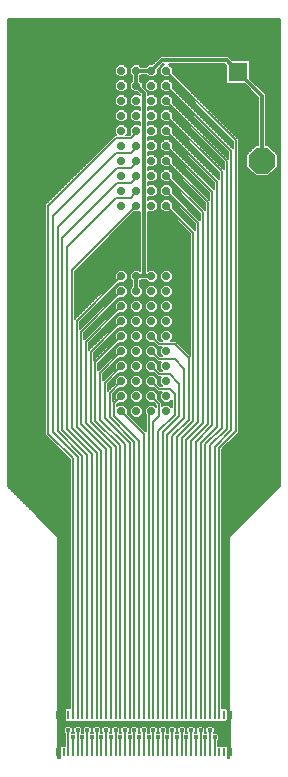
<source format=gtl>
G75*
%MOIN*%
%OFA0B0*%
%FSLAX25Y25*%
%IPPOS*%
%LPD*%
%AMOC8*
5,1,8,0,0,1.08239X$1,22.5*
%
%ADD10OC8,0.02800*%
%ADD11R,0.00906X0.02953*%
%ADD12R,0.01378X0.02953*%
%ADD13OC8,0.06496*%
%ADD14R,0.06496X0.06496*%
%ADD15OC8,0.08858*%
%ADD16C,0.00500*%
%ADD17C,0.01587*%
%ADD18C,0.01200*%
D10*
X0131795Y0159459D03*
X0131795Y0164459D03*
X0131795Y0169459D03*
X0131795Y0174459D03*
X0131795Y0179459D03*
X0131795Y0184459D03*
X0131795Y0189459D03*
X0131795Y0194459D03*
X0131795Y0199459D03*
X0131795Y0204459D03*
X0136795Y0204459D03*
X0141795Y0204459D03*
X0141795Y0199459D03*
X0136795Y0199459D03*
X0136795Y0194459D03*
X0141795Y0194459D03*
X0141795Y0189459D03*
X0136795Y0189459D03*
X0136795Y0184459D03*
X0141795Y0184459D03*
X0141795Y0179459D03*
X0136795Y0179459D03*
X0136795Y0174459D03*
X0141795Y0174459D03*
X0141795Y0169459D03*
X0136795Y0169459D03*
X0136795Y0164459D03*
X0141795Y0164459D03*
X0141795Y0159459D03*
X0136795Y0159459D03*
X0146795Y0159459D03*
X0146795Y0164459D03*
X0146795Y0169459D03*
X0146795Y0174459D03*
X0146795Y0179459D03*
X0146795Y0184459D03*
X0146795Y0189459D03*
X0146795Y0194459D03*
X0146795Y0199459D03*
X0146795Y0204459D03*
X0146795Y0227975D03*
X0146795Y0232975D03*
X0141795Y0232975D03*
X0136795Y0232975D03*
X0136795Y0227975D03*
X0141795Y0227975D03*
X0131795Y0227975D03*
X0131795Y0232975D03*
X0131795Y0237975D03*
X0131795Y0242975D03*
X0131795Y0247975D03*
X0131795Y0252975D03*
X0131795Y0257975D03*
X0131795Y0262975D03*
X0131795Y0267975D03*
X0131795Y0272975D03*
X0136795Y0272975D03*
X0136795Y0267975D03*
X0141795Y0267975D03*
X0141795Y0272975D03*
X0146795Y0272975D03*
X0146795Y0267975D03*
X0146795Y0262975D03*
X0146795Y0257975D03*
X0141795Y0257975D03*
X0136795Y0257975D03*
X0136795Y0262975D03*
X0141795Y0262975D03*
X0141795Y0252975D03*
X0136795Y0252975D03*
X0136795Y0247975D03*
X0141795Y0247975D03*
X0141795Y0242975D03*
X0136795Y0242975D03*
X0136795Y0237975D03*
X0141795Y0237975D03*
X0146795Y0237975D03*
X0146795Y0242975D03*
X0146795Y0247975D03*
X0146795Y0252975D03*
D11*
X0147169Y0058278D03*
X0145594Y0058278D03*
X0144020Y0058278D03*
X0142445Y0058278D03*
X0140870Y0058278D03*
X0139295Y0058278D03*
X0137720Y0058278D03*
X0136146Y0058278D03*
X0134571Y0058278D03*
X0132996Y0058278D03*
X0131421Y0058278D03*
X0129846Y0058278D03*
X0128272Y0058278D03*
X0126697Y0058278D03*
X0125122Y0058278D03*
X0123547Y0058278D03*
X0121972Y0058278D03*
X0120398Y0058278D03*
X0118823Y0058278D03*
X0117248Y0058278D03*
X0115673Y0058278D03*
X0114098Y0058278D03*
X0112524Y0058278D03*
X0112524Y0045797D03*
X0114098Y0045797D03*
X0115673Y0045797D03*
X0117248Y0045797D03*
X0118823Y0045797D03*
X0120398Y0045797D03*
X0121972Y0045797D03*
X0123547Y0045797D03*
X0125122Y0045797D03*
X0126697Y0045797D03*
X0128272Y0045797D03*
X0129846Y0045797D03*
X0131421Y0045797D03*
X0132996Y0045797D03*
X0134571Y0045797D03*
X0136146Y0045797D03*
X0137720Y0045797D03*
X0139295Y0045797D03*
X0140870Y0045797D03*
X0142445Y0045797D03*
X0144020Y0045797D03*
X0145594Y0045797D03*
X0147169Y0045797D03*
X0148744Y0045797D03*
X0150319Y0045797D03*
X0151894Y0045797D03*
X0153468Y0045797D03*
X0155043Y0045797D03*
X0156618Y0045797D03*
X0158193Y0045797D03*
X0159768Y0045797D03*
X0161343Y0045797D03*
X0162917Y0045797D03*
X0164492Y0045797D03*
X0166067Y0045797D03*
X0166067Y0058278D03*
X0164492Y0058278D03*
X0162917Y0058278D03*
X0161343Y0058278D03*
X0159768Y0058278D03*
X0158193Y0058278D03*
X0156618Y0058278D03*
X0155043Y0058278D03*
X0153468Y0058278D03*
X0151894Y0058278D03*
X0150319Y0058278D03*
X0148744Y0058278D03*
D12*
X0167937Y0058278D03*
X0167937Y0045797D03*
X0110654Y0045797D03*
X0110654Y0058278D03*
D13*
X0170791Y0262510D03*
D14*
X0170791Y0272510D03*
D15*
X0178665Y0242982D03*
X0178665Y0225266D03*
D16*
X0114673Y0123106D02*
X0105453Y0123106D01*
X0105951Y0122608D02*
X0114673Y0122608D01*
X0114673Y0122109D02*
X0106450Y0122109D01*
X0106948Y0121610D02*
X0114673Y0121610D01*
X0114673Y0121112D02*
X0107447Y0121112D01*
X0107945Y0120613D02*
X0114673Y0120613D01*
X0114673Y0120115D02*
X0108444Y0120115D01*
X0108943Y0119616D02*
X0114673Y0119616D01*
X0114673Y0119118D02*
X0109441Y0119118D01*
X0109940Y0118619D02*
X0114673Y0118619D01*
X0114673Y0118121D02*
X0110438Y0118121D01*
X0110805Y0117754D02*
X0093876Y0134683D01*
X0093876Y0290370D01*
X0184715Y0290370D01*
X0184715Y0134683D01*
X0167785Y0117754D01*
X0167785Y0044020D01*
X0167270Y0044020D01*
X0167270Y0047584D01*
X0166830Y0048024D01*
X0165303Y0048024D01*
X0165280Y0048000D01*
X0165256Y0048024D01*
X0163917Y0048024D01*
X0163917Y0049673D01*
X0164461Y0050217D01*
X0164461Y0051496D01*
X0163557Y0052400D01*
X0162707Y0052400D01*
X0162886Y0052579D01*
X0162886Y0053858D01*
X0161982Y0054762D01*
X0160703Y0054762D01*
X0159799Y0053858D01*
X0159799Y0052579D01*
X0159978Y0052400D01*
X0159557Y0052400D01*
X0159737Y0052579D01*
X0159737Y0053858D01*
X0158832Y0054762D01*
X0157553Y0054762D01*
X0156649Y0053858D01*
X0156649Y0052579D01*
X0156828Y0052400D01*
X0156408Y0052400D01*
X0156587Y0052579D01*
X0156587Y0053858D01*
X0155683Y0054762D01*
X0154404Y0054762D01*
X0153500Y0053858D01*
X0153500Y0052579D01*
X0153679Y0052400D01*
X0153258Y0052400D01*
X0153437Y0052579D01*
X0153437Y0053858D01*
X0152533Y0054762D01*
X0151254Y0054762D01*
X0150350Y0053858D01*
X0150350Y0052579D01*
X0150529Y0052400D01*
X0150109Y0052400D01*
X0150288Y0052579D01*
X0150288Y0053858D01*
X0149384Y0054762D01*
X0148105Y0054762D01*
X0147200Y0053858D01*
X0147200Y0052579D01*
X0147379Y0052400D01*
X0146928Y0052400D01*
X0147107Y0052579D01*
X0147107Y0053858D01*
X0146203Y0054762D01*
X0144924Y0054762D01*
X0144020Y0053858D01*
X0144020Y0052579D01*
X0144199Y0052400D01*
X0143809Y0052400D01*
X0143989Y0052579D01*
X0143989Y0053858D01*
X0143084Y0054762D01*
X0141805Y0054762D01*
X0140901Y0053858D01*
X0140901Y0052579D01*
X0141080Y0052400D01*
X0140660Y0052400D01*
X0140839Y0052579D01*
X0140839Y0053858D01*
X0139935Y0054762D01*
X0138656Y0054762D01*
X0137752Y0053858D01*
X0137752Y0052579D01*
X0137931Y0052400D01*
X0137510Y0052400D01*
X0137689Y0052579D01*
X0137689Y0053858D01*
X0136785Y0054762D01*
X0135506Y0054762D01*
X0134602Y0053858D01*
X0134602Y0052579D01*
X0134781Y0052400D01*
X0134361Y0052400D01*
X0134540Y0052579D01*
X0134540Y0053858D01*
X0133635Y0054762D01*
X0132357Y0054762D01*
X0131452Y0053858D01*
X0131452Y0052579D01*
X0131631Y0052400D01*
X0131211Y0052400D01*
X0131390Y0052579D01*
X0131390Y0053858D01*
X0130486Y0054762D01*
X0129207Y0054762D01*
X0128303Y0053858D01*
X0128303Y0052579D01*
X0128482Y0052400D01*
X0128061Y0052400D01*
X0128241Y0052579D01*
X0128241Y0053858D01*
X0127336Y0054762D01*
X0126057Y0054762D01*
X0125153Y0053858D01*
X0125153Y0052579D01*
X0125332Y0052400D01*
X0124912Y0052400D01*
X0125091Y0052579D01*
X0125091Y0053858D01*
X0124187Y0054762D01*
X0122908Y0054762D01*
X0122004Y0053858D01*
X0122004Y0052579D01*
X0122183Y0052400D01*
X0121762Y0052400D01*
X0121941Y0052579D01*
X0121941Y0053858D01*
X0121037Y0054762D01*
X0119758Y0054762D01*
X0118854Y0053858D01*
X0118854Y0052579D01*
X0119033Y0052400D01*
X0118613Y0052400D01*
X0118792Y0052579D01*
X0118792Y0053858D01*
X0117887Y0054762D01*
X0116609Y0054762D01*
X0115704Y0053858D01*
X0115704Y0052579D01*
X0115883Y0052400D01*
X0115463Y0052400D01*
X0115642Y0052579D01*
X0115642Y0053858D01*
X0114738Y0054762D01*
X0113459Y0054762D01*
X0112555Y0053858D01*
X0112555Y0052579D01*
X0113098Y0052035D01*
X0113098Y0048024D01*
X0111760Y0048024D01*
X0111321Y0047584D01*
X0111321Y0044020D01*
X0110805Y0044020D01*
X0110805Y0116242D01*
X0110805Y0117754D01*
X0110805Y0117622D02*
X0114673Y0117622D01*
X0114673Y0117124D02*
X0110805Y0117124D01*
X0110805Y0116625D02*
X0114673Y0116625D01*
X0114673Y0116127D02*
X0110805Y0116127D01*
X0110805Y0115628D02*
X0114673Y0115628D01*
X0114673Y0115130D02*
X0110805Y0115130D01*
X0110805Y0114631D02*
X0114673Y0114631D01*
X0114673Y0114133D02*
X0110805Y0114133D01*
X0110805Y0113634D02*
X0114673Y0113634D01*
X0114673Y0113136D02*
X0110805Y0113136D01*
X0110805Y0112637D02*
X0114673Y0112637D01*
X0114673Y0112139D02*
X0110805Y0112139D01*
X0110805Y0111640D02*
X0114673Y0111640D01*
X0114673Y0111142D02*
X0110805Y0111142D01*
X0110805Y0110643D02*
X0114673Y0110643D01*
X0114673Y0110145D02*
X0110805Y0110145D01*
X0110805Y0109646D02*
X0114673Y0109646D01*
X0114673Y0109148D02*
X0110805Y0109148D01*
X0110805Y0108649D02*
X0114673Y0108649D01*
X0114673Y0108151D02*
X0110805Y0108151D01*
X0110805Y0107652D02*
X0114673Y0107652D01*
X0114673Y0107154D02*
X0110805Y0107154D01*
X0110805Y0106655D02*
X0114673Y0106655D01*
X0114673Y0106157D02*
X0110805Y0106157D01*
X0110805Y0105658D02*
X0114673Y0105658D01*
X0114673Y0105160D02*
X0110805Y0105160D01*
X0110805Y0104661D02*
X0114673Y0104661D01*
X0114673Y0104163D02*
X0110805Y0104163D01*
X0110805Y0103664D02*
X0114673Y0103664D01*
X0114673Y0103166D02*
X0110805Y0103166D01*
X0110805Y0102667D02*
X0114673Y0102667D01*
X0114673Y0102169D02*
X0110805Y0102169D01*
X0110805Y0101670D02*
X0114673Y0101670D01*
X0114673Y0101172D02*
X0110805Y0101172D01*
X0110805Y0100673D02*
X0114673Y0100673D01*
X0114673Y0100174D02*
X0110805Y0100174D01*
X0110805Y0099676D02*
X0114673Y0099676D01*
X0114673Y0099177D02*
X0110805Y0099177D01*
X0110805Y0098679D02*
X0114673Y0098679D01*
X0114673Y0098180D02*
X0110805Y0098180D01*
X0110805Y0097682D02*
X0114673Y0097682D01*
X0114673Y0097183D02*
X0110805Y0097183D01*
X0110805Y0096685D02*
X0114673Y0096685D01*
X0114673Y0096186D02*
X0110805Y0096186D01*
X0110805Y0095688D02*
X0114673Y0095688D01*
X0114673Y0095189D02*
X0110805Y0095189D01*
X0110805Y0094691D02*
X0114673Y0094691D01*
X0114673Y0094192D02*
X0110805Y0094192D01*
X0110805Y0093694D02*
X0114673Y0093694D01*
X0114673Y0093195D02*
X0110805Y0093195D01*
X0110805Y0092697D02*
X0114673Y0092697D01*
X0114673Y0092198D02*
X0110805Y0092198D01*
X0110805Y0091700D02*
X0114673Y0091700D01*
X0114673Y0091201D02*
X0110805Y0091201D01*
X0110805Y0090703D02*
X0114673Y0090703D01*
X0114673Y0090204D02*
X0110805Y0090204D01*
X0110805Y0089706D02*
X0114673Y0089706D01*
X0114673Y0089207D02*
X0110805Y0089207D01*
X0110805Y0088709D02*
X0114673Y0088709D01*
X0114673Y0088210D02*
X0110805Y0088210D01*
X0110805Y0087712D02*
X0114673Y0087712D01*
X0114673Y0087213D02*
X0110805Y0087213D01*
X0110805Y0086715D02*
X0114673Y0086715D01*
X0114673Y0086216D02*
X0110805Y0086216D01*
X0110805Y0085718D02*
X0114673Y0085718D01*
X0114673Y0085219D02*
X0110805Y0085219D01*
X0110805Y0084721D02*
X0114673Y0084721D01*
X0114673Y0084222D02*
X0110805Y0084222D01*
X0110805Y0083724D02*
X0114673Y0083724D01*
X0114673Y0083225D02*
X0110805Y0083225D01*
X0110805Y0082727D02*
X0114673Y0082727D01*
X0114673Y0082228D02*
X0110805Y0082228D01*
X0110805Y0081730D02*
X0114673Y0081730D01*
X0114673Y0081231D02*
X0110805Y0081231D01*
X0110805Y0080733D02*
X0114673Y0080733D01*
X0114673Y0080234D02*
X0110805Y0080234D01*
X0110805Y0079736D02*
X0114673Y0079736D01*
X0114673Y0079237D02*
X0110805Y0079237D01*
X0110805Y0078739D02*
X0114673Y0078739D01*
X0114673Y0078240D02*
X0110805Y0078240D01*
X0110805Y0077741D02*
X0114673Y0077741D01*
X0114673Y0077243D02*
X0110805Y0077243D01*
X0110805Y0076744D02*
X0114673Y0076744D01*
X0114673Y0076246D02*
X0110805Y0076246D01*
X0110805Y0075747D02*
X0114673Y0075747D01*
X0114673Y0075249D02*
X0110805Y0075249D01*
X0110805Y0074750D02*
X0114673Y0074750D01*
X0114673Y0074252D02*
X0110805Y0074252D01*
X0110805Y0073753D02*
X0114673Y0073753D01*
X0114673Y0073255D02*
X0110805Y0073255D01*
X0110805Y0072756D02*
X0114673Y0072756D01*
X0114673Y0072258D02*
X0110805Y0072258D01*
X0110805Y0071759D02*
X0114673Y0071759D01*
X0114673Y0071261D02*
X0110805Y0071261D01*
X0110805Y0070762D02*
X0114673Y0070762D01*
X0114673Y0070264D02*
X0110805Y0070264D01*
X0110805Y0069765D02*
X0114673Y0069765D01*
X0114673Y0069267D02*
X0110805Y0069267D01*
X0110805Y0068768D02*
X0114673Y0068768D01*
X0114673Y0068270D02*
X0110805Y0068270D01*
X0110805Y0067771D02*
X0114673Y0067771D01*
X0114673Y0067273D02*
X0110805Y0067273D01*
X0110805Y0066774D02*
X0114673Y0066774D01*
X0114673Y0066276D02*
X0110805Y0066276D01*
X0110805Y0065777D02*
X0114673Y0065777D01*
X0114673Y0065279D02*
X0110805Y0065279D01*
X0110805Y0064780D02*
X0114673Y0064780D01*
X0114673Y0064282D02*
X0110805Y0064282D01*
X0110805Y0063783D02*
X0114673Y0063783D01*
X0114673Y0063285D02*
X0110805Y0063285D01*
X0110805Y0062786D02*
X0114673Y0062786D01*
X0114673Y0062288D02*
X0110805Y0062288D01*
X0110805Y0061789D02*
X0114673Y0061789D01*
X0114673Y0061291D02*
X0110805Y0061291D01*
X0110805Y0060792D02*
X0114673Y0060792D01*
X0114673Y0060504D02*
X0113335Y0060504D01*
X0112896Y0060065D01*
X0112896Y0056490D01*
X0113335Y0056051D01*
X0114862Y0056051D01*
X0114886Y0056075D01*
X0114910Y0056051D01*
X0116437Y0056051D01*
X0116461Y0056075D01*
X0116485Y0056051D01*
X0118011Y0056051D01*
X0118035Y0056075D01*
X0118059Y0056051D01*
X0119586Y0056051D01*
X0119610Y0056075D01*
X0119634Y0056051D01*
X0121161Y0056051D01*
X0121185Y0056075D01*
X0121209Y0056051D01*
X0122736Y0056051D01*
X0122760Y0056075D01*
X0122784Y0056051D01*
X0124311Y0056051D01*
X0124335Y0056075D01*
X0124359Y0056051D01*
X0125885Y0056051D01*
X0125909Y0056075D01*
X0125933Y0056051D01*
X0127460Y0056051D01*
X0127484Y0056075D01*
X0127508Y0056051D01*
X0129035Y0056051D01*
X0129059Y0056075D01*
X0129083Y0056051D01*
X0130610Y0056051D01*
X0130634Y0056075D01*
X0130658Y0056051D01*
X0132185Y0056051D01*
X0132209Y0056075D01*
X0132233Y0056051D01*
X0133759Y0056051D01*
X0133783Y0056075D01*
X0133807Y0056051D01*
X0135334Y0056051D01*
X0135358Y0056075D01*
X0135382Y0056051D01*
X0136909Y0056051D01*
X0136933Y0056075D01*
X0136957Y0056051D01*
X0138484Y0056051D01*
X0138508Y0056075D01*
X0138532Y0056051D01*
X0140059Y0056051D01*
X0140083Y0056075D01*
X0140107Y0056051D01*
X0141633Y0056051D01*
X0141657Y0056075D01*
X0141681Y0056051D01*
X0143208Y0056051D01*
X0143232Y0056075D01*
X0143256Y0056051D01*
X0144783Y0056051D01*
X0144807Y0056075D01*
X0144831Y0056051D01*
X0146358Y0056051D01*
X0146382Y0056075D01*
X0146406Y0056051D01*
X0147933Y0056051D01*
X0147957Y0056075D01*
X0147981Y0056051D01*
X0149507Y0056051D01*
X0149531Y0056075D01*
X0149555Y0056051D01*
X0151082Y0056051D01*
X0151106Y0056075D01*
X0151130Y0056051D01*
X0152657Y0056051D01*
X0152681Y0056075D01*
X0152705Y0056051D01*
X0154232Y0056051D01*
X0154256Y0056075D01*
X0154280Y0056051D01*
X0155807Y0056051D01*
X0155831Y0056075D01*
X0155855Y0056051D01*
X0157382Y0056051D01*
X0157405Y0056075D01*
X0157429Y0056051D01*
X0158956Y0056051D01*
X0158980Y0056075D01*
X0159004Y0056051D01*
X0160531Y0056051D01*
X0160555Y0056075D01*
X0160579Y0056051D01*
X0162106Y0056051D01*
X0162130Y0056075D01*
X0162154Y0056051D01*
X0163681Y0056051D01*
X0163705Y0056075D01*
X0163729Y0056051D01*
X0165256Y0056051D01*
X0165280Y0056075D01*
X0165303Y0056051D01*
X0166830Y0056051D01*
X0167270Y0056490D01*
X0167270Y0060065D01*
X0166830Y0060504D01*
X0165492Y0060504D01*
X0165492Y0146899D01*
X0171004Y0152411D01*
X0171004Y0250180D01*
X0170418Y0250766D01*
X0148945Y0272239D01*
X0148945Y0273865D01*
X0147714Y0275097D01*
X0166295Y0275097D01*
X0166793Y0274599D01*
X0166793Y0268951D01*
X0167233Y0268512D01*
X0172880Y0268512D01*
X0177315Y0264077D01*
X0177315Y0248161D01*
X0176520Y0248161D01*
X0173486Y0245127D01*
X0173486Y0240837D01*
X0176520Y0237803D01*
X0180811Y0237803D01*
X0183844Y0240837D01*
X0183844Y0245127D01*
X0180811Y0248161D01*
X0180015Y0248161D01*
X0180015Y0265195D01*
X0174789Y0270421D01*
X0174789Y0276068D01*
X0174350Y0276508D01*
X0168702Y0276508D01*
X0168204Y0277006D01*
X0167413Y0277797D01*
X0144708Y0277797D01*
X0143917Y0277006D01*
X0142036Y0275125D01*
X0140905Y0275125D01*
X0140105Y0274325D01*
X0138486Y0274325D01*
X0137686Y0275125D01*
X0135905Y0275125D01*
X0134645Y0273865D01*
X0134645Y0272084D01*
X0135445Y0271284D01*
X0135445Y0269665D01*
X0134645Y0268865D01*
X0134645Y0267084D01*
X0135905Y0265825D01*
X0137036Y0265825D01*
X0137945Y0264916D01*
X0137945Y0264865D01*
X0137686Y0265125D01*
X0135905Y0265125D01*
X0134645Y0263865D01*
X0134645Y0262084D01*
X0135905Y0260825D01*
X0137686Y0260825D01*
X0137945Y0261084D01*
X0137945Y0259865D01*
X0137686Y0260125D01*
X0135905Y0260125D01*
X0134645Y0258865D01*
X0134645Y0257084D01*
X0135905Y0255825D01*
X0137686Y0255825D01*
X0137945Y0256084D01*
X0137945Y0254865D01*
X0137686Y0255125D01*
X0135905Y0255125D01*
X0134645Y0253865D01*
X0134645Y0252084D01*
X0134818Y0251912D01*
X0134518Y0251612D01*
X0133473Y0251612D01*
X0133945Y0252084D01*
X0133945Y0253865D01*
X0132686Y0255125D01*
X0130905Y0255125D01*
X0129645Y0253865D01*
X0129645Y0252084D01*
X0130118Y0251612D01*
X0129582Y0251612D01*
X0106405Y0228436D01*
X0106405Y0151623D01*
X0114673Y0143355D01*
X0114673Y0060504D01*
X0113125Y0060294D02*
X0110805Y0060294D01*
X0110805Y0059795D02*
X0112896Y0059795D01*
X0112896Y0059297D02*
X0110805Y0059297D01*
X0110805Y0058798D02*
X0112896Y0058798D01*
X0112896Y0058300D02*
X0110805Y0058300D01*
X0110654Y0058278D02*
X0110654Y0045797D01*
X0110805Y0045837D02*
X0111321Y0045837D01*
X0111321Y0046335D02*
X0110805Y0046335D01*
X0110805Y0046834D02*
X0111321Y0046834D01*
X0111321Y0047332D02*
X0110805Y0047332D01*
X0110805Y0047831D02*
X0111567Y0047831D01*
X0110805Y0048329D02*
X0113098Y0048329D01*
X0113098Y0048828D02*
X0110805Y0048828D01*
X0110805Y0049326D02*
X0113098Y0049326D01*
X0113098Y0049825D02*
X0110805Y0049825D01*
X0110805Y0050323D02*
X0113098Y0050323D01*
X0113098Y0050822D02*
X0110805Y0050822D01*
X0110805Y0051320D02*
X0113098Y0051320D01*
X0113098Y0051819D02*
X0110805Y0051819D01*
X0110805Y0052317D02*
X0112816Y0052317D01*
X0112555Y0052816D02*
X0110805Y0052816D01*
X0110805Y0053314D02*
X0112555Y0053314D01*
X0112555Y0053813D02*
X0110805Y0053813D01*
X0110805Y0054311D02*
X0113008Y0054311D01*
X0114098Y0053218D02*
X0114098Y0045797D01*
X0115673Y0045797D02*
X0115673Y0050856D01*
X0115642Y0052816D02*
X0115704Y0052816D01*
X0115704Y0053314D02*
X0115642Y0053314D01*
X0115642Y0053813D02*
X0115704Y0053813D01*
X0116158Y0054311D02*
X0115189Y0054311D01*
X0117248Y0053218D02*
X0117248Y0045797D01*
X0118823Y0045797D02*
X0118823Y0050856D01*
X0118792Y0052816D02*
X0118854Y0052816D01*
X0118854Y0053314D02*
X0118792Y0053314D01*
X0118792Y0053813D02*
X0118854Y0053813D01*
X0119307Y0054311D02*
X0118338Y0054311D01*
X0120398Y0053218D02*
X0120398Y0045797D01*
X0121972Y0045797D02*
X0121972Y0050856D01*
X0121941Y0052816D02*
X0122004Y0052816D01*
X0122004Y0053314D02*
X0121941Y0053314D01*
X0121941Y0053813D02*
X0122004Y0053813D01*
X0122457Y0054311D02*
X0121488Y0054311D01*
X0123547Y0053218D02*
X0123547Y0045797D01*
X0125122Y0045797D02*
X0125122Y0050856D01*
X0125091Y0052816D02*
X0125153Y0052816D01*
X0125153Y0053314D02*
X0125091Y0053314D01*
X0125091Y0053813D02*
X0125153Y0053813D01*
X0125607Y0054311D02*
X0124637Y0054311D01*
X0126697Y0053218D02*
X0126697Y0045797D01*
X0128272Y0045797D02*
X0128272Y0050856D01*
X0128241Y0052816D02*
X0128303Y0052816D01*
X0128303Y0053314D02*
X0128241Y0053314D01*
X0128241Y0053813D02*
X0128303Y0053813D01*
X0128756Y0054311D02*
X0127787Y0054311D01*
X0129846Y0053218D02*
X0129846Y0045797D01*
X0131421Y0045797D02*
X0131421Y0050856D01*
X0131390Y0052816D02*
X0131452Y0052816D01*
X0131452Y0053314D02*
X0131390Y0053314D01*
X0131390Y0053813D02*
X0131452Y0053813D01*
X0131906Y0054311D02*
X0130937Y0054311D01*
X0132996Y0053218D02*
X0132996Y0045797D01*
X0134571Y0045797D02*
X0134571Y0050856D01*
X0134540Y0052816D02*
X0134602Y0052816D01*
X0134602Y0053314D02*
X0134540Y0053314D01*
X0134540Y0053813D02*
X0134602Y0053813D01*
X0135056Y0054311D02*
X0134086Y0054311D01*
X0136146Y0053218D02*
X0136146Y0045797D01*
X0137720Y0045797D02*
X0137720Y0050856D01*
X0137689Y0052816D02*
X0137752Y0052816D01*
X0137752Y0053314D02*
X0137689Y0053314D01*
X0137689Y0053813D02*
X0137752Y0053813D01*
X0138205Y0054311D02*
X0137236Y0054311D01*
X0139295Y0053218D02*
X0139295Y0045797D01*
X0140870Y0045797D02*
X0140870Y0050856D01*
X0140839Y0052816D02*
X0140901Y0052816D01*
X0140901Y0053314D02*
X0140839Y0053314D01*
X0140839Y0053813D02*
X0140901Y0053813D01*
X0141355Y0054311D02*
X0140385Y0054311D01*
X0142445Y0053218D02*
X0142445Y0045797D01*
X0144020Y0045797D02*
X0144020Y0050856D01*
X0143989Y0052816D02*
X0144020Y0052816D01*
X0143989Y0053314D02*
X0144020Y0053314D01*
X0143989Y0053813D02*
X0144020Y0053813D01*
X0144473Y0054311D02*
X0143535Y0054311D01*
X0145563Y0053218D02*
X0145594Y0053187D01*
X0145594Y0045797D01*
X0147169Y0045797D02*
X0147169Y0050856D01*
X0147107Y0052816D02*
X0147200Y0052816D01*
X0147200Y0053314D02*
X0147107Y0053314D01*
X0147107Y0053813D02*
X0147200Y0053813D01*
X0147654Y0054311D02*
X0146653Y0054311D01*
X0148744Y0053218D02*
X0148744Y0045797D01*
X0150319Y0045797D02*
X0150319Y0050856D01*
X0150288Y0052816D02*
X0150350Y0052816D01*
X0150350Y0053314D02*
X0150288Y0053314D01*
X0150288Y0053813D02*
X0150350Y0053813D01*
X0150804Y0054311D02*
X0149834Y0054311D01*
X0151894Y0053218D02*
X0151894Y0045797D01*
X0153468Y0045797D02*
X0153468Y0050856D01*
X0153437Y0052816D02*
X0153500Y0052816D01*
X0153500Y0053314D02*
X0153437Y0053314D01*
X0153437Y0053813D02*
X0153500Y0053813D01*
X0153953Y0054311D02*
X0152984Y0054311D01*
X0155043Y0053218D02*
X0155043Y0045797D01*
X0156618Y0045797D02*
X0156618Y0050856D01*
X0156587Y0052816D02*
X0156649Y0052816D01*
X0156649Y0053314D02*
X0156587Y0053314D01*
X0156587Y0053813D02*
X0156649Y0053813D01*
X0157103Y0054311D02*
X0156133Y0054311D01*
X0158193Y0053218D02*
X0158193Y0045797D01*
X0159768Y0045797D02*
X0159768Y0050856D01*
X0159737Y0052816D02*
X0159799Y0052816D01*
X0159799Y0053314D02*
X0159737Y0053314D01*
X0159737Y0053813D02*
X0159799Y0053813D01*
X0160252Y0054311D02*
X0159283Y0054311D01*
X0161343Y0053218D02*
X0161343Y0045797D01*
X0162917Y0045797D02*
X0162917Y0050856D01*
X0164461Y0050822D02*
X0167785Y0050822D01*
X0167785Y0051320D02*
X0164461Y0051320D01*
X0164138Y0051819D02*
X0167785Y0051819D01*
X0167785Y0052317D02*
X0163639Y0052317D01*
X0162886Y0052816D02*
X0167785Y0052816D01*
X0167785Y0053314D02*
X0162886Y0053314D01*
X0162886Y0053813D02*
X0167785Y0053813D01*
X0167785Y0054311D02*
X0162433Y0054311D01*
X0162917Y0058278D02*
X0162917Y0065817D01*
X0162917Y0065423D01*
X0162917Y0065817D02*
X0162917Y0147707D01*
X0168429Y0153218D01*
X0168429Y0246341D01*
X0146795Y0267975D01*
X0144645Y0268173D02*
X0143945Y0268173D01*
X0143945Y0268671D02*
X0144645Y0268671D01*
X0144645Y0268865D02*
X0144645Y0267084D01*
X0145905Y0265825D01*
X0147531Y0265825D01*
X0167429Y0245927D01*
X0167429Y0243755D01*
X0167269Y0243916D01*
X0148945Y0262239D01*
X0148945Y0263865D01*
X0147686Y0265125D01*
X0145905Y0265125D01*
X0144645Y0263865D01*
X0144645Y0262084D01*
X0145905Y0260825D01*
X0147531Y0260825D01*
X0165854Y0242502D01*
X0165854Y0240330D01*
X0165694Y0240491D01*
X0148945Y0257239D01*
X0148945Y0258865D01*
X0147686Y0260125D01*
X0145905Y0260125D01*
X0144645Y0258865D01*
X0144645Y0257084D01*
X0145905Y0255825D01*
X0147531Y0255825D01*
X0164280Y0239076D01*
X0164280Y0236905D01*
X0148945Y0252239D01*
X0148945Y0253865D01*
X0147686Y0255125D01*
X0145905Y0255125D01*
X0144645Y0253865D01*
X0144645Y0252084D01*
X0145905Y0250825D01*
X0147531Y0250825D01*
X0162705Y0235651D01*
X0162705Y0233480D01*
X0162544Y0233640D01*
X0148945Y0247239D01*
X0148945Y0248865D01*
X0147686Y0250125D01*
X0145905Y0250125D01*
X0144645Y0248865D01*
X0144645Y0247084D01*
X0145905Y0245825D01*
X0147531Y0245825D01*
X0161130Y0232226D01*
X0161130Y0230054D01*
X0160969Y0230215D01*
X0148945Y0242239D01*
X0148945Y0243865D01*
X0147686Y0245125D01*
X0145905Y0245125D01*
X0144645Y0243865D01*
X0144645Y0242084D01*
X0145905Y0240825D01*
X0147531Y0240825D01*
X0159555Y0228801D01*
X0159555Y0226629D01*
X0159395Y0226790D01*
X0148945Y0237239D01*
X0148945Y0238865D01*
X0147686Y0240125D01*
X0145905Y0240125D01*
X0144645Y0238865D01*
X0144645Y0237084D01*
X0145905Y0235825D01*
X0147531Y0235825D01*
X0157980Y0225376D01*
X0157980Y0223204D01*
X0157820Y0223365D01*
X0148945Y0232239D01*
X0148945Y0233865D01*
X0147686Y0235125D01*
X0145905Y0235125D01*
X0144645Y0233865D01*
X0144645Y0232084D01*
X0145905Y0230825D01*
X0147531Y0230825D01*
X0156405Y0221950D01*
X0156405Y0219779D01*
X0156245Y0219939D01*
X0148945Y0227239D01*
X0148945Y0228865D01*
X0147686Y0230125D01*
X0145905Y0230125D01*
X0144645Y0228865D01*
X0144645Y0227084D01*
X0145905Y0225825D01*
X0147531Y0225825D01*
X0154831Y0218525D01*
X0154831Y0178074D01*
X0154670Y0178234D01*
X0149946Y0182959D01*
X0148336Y0182959D01*
X0148945Y0183568D01*
X0148945Y0185349D01*
X0147686Y0186609D01*
X0145905Y0186609D01*
X0144645Y0185349D01*
X0144645Y0183568D01*
X0145255Y0182959D01*
X0144709Y0182959D01*
X0143945Y0183723D01*
X0143945Y0185349D01*
X0142686Y0186609D01*
X0140905Y0186609D01*
X0139645Y0185349D01*
X0139645Y0183568D01*
X0140905Y0182309D01*
X0142531Y0182309D01*
X0143881Y0180959D01*
X0145255Y0180959D01*
X0144645Y0180349D01*
X0144645Y0178568D01*
X0145373Y0177841D01*
X0144827Y0177841D01*
X0143945Y0178723D01*
X0143945Y0180349D01*
X0142686Y0181609D01*
X0140905Y0181609D01*
X0139645Y0180349D01*
X0139645Y0178568D01*
X0140905Y0177309D01*
X0142531Y0177309D01*
X0143392Y0176448D01*
X0143413Y0176426D01*
X0143696Y0176143D01*
X0143977Y0175862D01*
X0143977Y0175862D01*
X0143999Y0175841D01*
X0145137Y0175841D01*
X0144645Y0175349D01*
X0144645Y0173568D01*
X0145351Y0172862D01*
X0144806Y0172862D01*
X0143945Y0173723D01*
X0143945Y0175349D01*
X0142686Y0176609D01*
X0140905Y0176609D01*
X0139645Y0175349D01*
X0139645Y0173568D01*
X0140905Y0172309D01*
X0142531Y0172309D01*
X0143392Y0171448D01*
X0143729Y0171110D01*
X0143977Y0170862D01*
X0143977Y0170862D01*
X0143977Y0170862D01*
X0144387Y0170862D01*
X0144806Y0170862D01*
X0145158Y0170862D01*
X0144645Y0170349D01*
X0144645Y0168568D01*
X0145215Y0167998D01*
X0144670Y0167998D01*
X0143945Y0168723D01*
X0143945Y0170349D01*
X0142686Y0171609D01*
X0140905Y0171609D01*
X0139645Y0170349D01*
X0139645Y0168568D01*
X0140905Y0167309D01*
X0142531Y0167309D01*
X0143256Y0166584D01*
X0143842Y0165998D01*
X0145294Y0165998D01*
X0144645Y0165349D01*
X0144645Y0163568D01*
X0145905Y0162309D01*
X0147686Y0162309D01*
X0148531Y0163154D01*
X0148531Y0160763D01*
X0147686Y0161609D01*
X0145905Y0161609D01*
X0145413Y0161117D01*
X0145413Y0162255D01*
X0144828Y0162840D01*
X0143945Y0163723D01*
X0143945Y0165349D01*
X0142686Y0166609D01*
X0140905Y0166609D01*
X0139645Y0165349D01*
X0139645Y0163568D01*
X0140905Y0162309D01*
X0142531Y0162309D01*
X0143413Y0161426D01*
X0143413Y0160881D01*
X0142686Y0161609D01*
X0140905Y0161609D01*
X0139645Y0160349D01*
X0139645Y0158568D01*
X0139870Y0158343D01*
X0139870Y0152798D01*
X0139709Y0152959D01*
X0133945Y0158723D01*
X0133945Y0160349D01*
X0132686Y0161609D01*
X0130905Y0161609D01*
X0130453Y0161157D01*
X0130453Y0161702D01*
X0131059Y0162309D01*
X0132686Y0162309D01*
X0133945Y0163568D01*
X0133945Y0165349D01*
X0132686Y0166609D01*
X0130905Y0166609D01*
X0129645Y0165349D01*
X0129645Y0163723D01*
X0129039Y0163116D01*
X0128878Y0162955D01*
X0128878Y0165127D01*
X0131059Y0167309D01*
X0132686Y0167309D01*
X0133945Y0168568D01*
X0133945Y0170349D01*
X0132686Y0171609D01*
X0130905Y0171609D01*
X0129645Y0170349D01*
X0129645Y0168723D01*
X0127464Y0166541D01*
X0127303Y0166381D01*
X0127303Y0168552D01*
X0131059Y0172309D01*
X0132686Y0172309D01*
X0133945Y0173568D01*
X0133945Y0175349D01*
X0132686Y0176609D01*
X0130905Y0176609D01*
X0129645Y0175349D01*
X0129645Y0173723D01*
X0125889Y0169966D01*
X0125728Y0169966D01*
X0125728Y0169806D02*
X0125728Y0171977D01*
X0131059Y0177309D01*
X0132686Y0177309D01*
X0133945Y0178568D01*
X0133945Y0180349D01*
X0132686Y0181609D01*
X0130905Y0181609D01*
X0129645Y0180349D01*
X0129645Y0178723D01*
X0124314Y0173392D01*
X0124154Y0173231D01*
X0124154Y0175403D01*
X0131059Y0182309D01*
X0132686Y0182309D01*
X0133945Y0183568D01*
X0133945Y0185349D01*
X0132686Y0186609D01*
X0130905Y0186609D01*
X0129645Y0185349D01*
X0129645Y0183723D01*
X0122739Y0176817D01*
X0122579Y0176656D01*
X0122579Y0178828D01*
X0131059Y0187309D01*
X0132686Y0187309D01*
X0133945Y0188568D01*
X0133945Y0190349D01*
X0132686Y0191609D01*
X0130905Y0191609D01*
X0129645Y0190349D01*
X0129645Y0188723D01*
X0121165Y0180242D01*
X0121004Y0180081D01*
X0121004Y0182253D01*
X0131059Y0192309D01*
X0132686Y0192309D01*
X0133945Y0193568D01*
X0133945Y0195349D01*
X0132686Y0196609D01*
X0130905Y0196609D01*
X0129645Y0195349D01*
X0129645Y0193723D01*
X0119590Y0183667D01*
X0119429Y0183507D01*
X0119429Y0185678D01*
X0131059Y0197309D01*
X0132686Y0197309D01*
X0133945Y0198568D01*
X0133945Y0200349D01*
X0132686Y0201609D01*
X0130905Y0201609D01*
X0129645Y0200349D01*
X0129645Y0198723D01*
X0118015Y0187092D01*
X0117854Y0186932D01*
X0117854Y0189103D01*
X0131059Y0202309D01*
X0132686Y0202309D01*
X0133945Y0203568D01*
X0133945Y0205349D01*
X0132686Y0206609D01*
X0130905Y0206609D01*
X0129645Y0205349D01*
X0129645Y0203723D01*
X0116440Y0190518D01*
X0116280Y0190357D01*
X0116280Y0206045D01*
X0136059Y0225825D01*
X0137686Y0225825D01*
X0137945Y0226084D01*
X0137945Y0206349D01*
X0137686Y0206609D01*
X0135905Y0206609D01*
X0134645Y0205349D01*
X0134645Y0203568D01*
X0135445Y0202768D01*
X0135445Y0201149D01*
X0134645Y0200349D01*
X0134645Y0198568D01*
X0135905Y0197309D01*
X0137686Y0197309D01*
X0138945Y0198568D01*
X0138945Y0200349D01*
X0138145Y0201149D01*
X0138145Y0202768D01*
X0138486Y0203109D01*
X0140105Y0203109D01*
X0140905Y0202309D01*
X0142686Y0202309D01*
X0143945Y0203568D01*
X0143945Y0205349D01*
X0142686Y0206609D01*
X0140905Y0206609D01*
X0140645Y0206349D01*
X0140645Y0226084D01*
X0140905Y0225825D01*
X0142686Y0225825D01*
X0143945Y0227084D01*
X0143945Y0228865D01*
X0142686Y0230125D01*
X0140905Y0230125D01*
X0140645Y0229865D01*
X0140645Y0231084D01*
X0140905Y0230825D01*
X0142686Y0230825D01*
X0143945Y0232084D01*
X0143945Y0233865D01*
X0142686Y0235125D01*
X0140905Y0235125D01*
X0140645Y0234865D01*
X0140645Y0236084D01*
X0140905Y0235825D01*
X0142686Y0235825D01*
X0143945Y0237084D01*
X0143945Y0238865D01*
X0142686Y0240125D01*
X0140905Y0240125D01*
X0140645Y0239865D01*
X0140645Y0241084D01*
X0140905Y0240825D01*
X0142686Y0240825D01*
X0143945Y0242084D01*
X0143945Y0243865D01*
X0142686Y0245125D01*
X0140905Y0245125D01*
X0140645Y0244865D01*
X0140645Y0246084D01*
X0140905Y0245825D01*
X0142686Y0245825D01*
X0143945Y0247084D01*
X0143945Y0248865D01*
X0142686Y0250125D01*
X0140905Y0250125D01*
X0140645Y0249865D01*
X0140645Y0251084D01*
X0140905Y0250825D01*
X0142686Y0250825D01*
X0143945Y0252084D01*
X0143945Y0253865D01*
X0142686Y0255125D01*
X0140905Y0255125D01*
X0140645Y0254865D01*
X0140645Y0256084D01*
X0140905Y0255825D01*
X0142686Y0255825D01*
X0143945Y0257084D01*
X0143945Y0258865D01*
X0142686Y0260125D01*
X0140905Y0260125D01*
X0140645Y0259865D01*
X0140645Y0261084D01*
X0140905Y0260825D01*
X0142686Y0260825D01*
X0143945Y0262084D01*
X0143945Y0263865D01*
X0142686Y0265125D01*
X0140905Y0265125D01*
X0140645Y0264865D01*
X0140645Y0266034D01*
X0138945Y0267734D01*
X0138945Y0268865D01*
X0138145Y0269665D01*
X0138145Y0271284D01*
X0138486Y0271625D01*
X0140105Y0271625D01*
X0140905Y0270825D01*
X0142686Y0270825D01*
X0143945Y0272084D01*
X0143945Y0273216D01*
X0145826Y0275097D01*
X0145877Y0275097D01*
X0144645Y0273865D01*
X0144645Y0272084D01*
X0145905Y0270825D01*
X0147531Y0270825D01*
X0169004Y0249352D01*
X0169004Y0247180D01*
X0168843Y0247341D01*
X0148945Y0267239D01*
X0148945Y0268865D01*
X0147686Y0270125D01*
X0145905Y0270125D01*
X0144645Y0268865D01*
X0144950Y0269170D02*
X0143641Y0269170D01*
X0143945Y0268865D02*
X0142686Y0270125D01*
X0140905Y0270125D01*
X0139645Y0268865D01*
X0139645Y0267084D01*
X0140905Y0265825D01*
X0142686Y0265825D01*
X0143945Y0267084D01*
X0143945Y0268865D01*
X0143142Y0269668D02*
X0145448Y0269668D01*
X0145566Y0271164D02*
X0143025Y0271164D01*
X0143523Y0271662D02*
X0145067Y0271662D01*
X0144645Y0272161D02*
X0143945Y0272161D01*
X0143945Y0272659D02*
X0144645Y0272659D01*
X0144645Y0273158D02*
X0143945Y0273158D01*
X0144386Y0273656D02*
X0144645Y0273656D01*
X0144884Y0274155D02*
X0144935Y0274155D01*
X0145383Y0274653D02*
X0145433Y0274653D01*
X0146795Y0272975D02*
X0170004Y0249766D01*
X0170004Y0152825D01*
X0164492Y0147313D01*
X0164492Y0058278D01*
X0165492Y0060792D02*
X0167785Y0060792D01*
X0167785Y0060294D02*
X0167041Y0060294D01*
X0167270Y0059795D02*
X0167785Y0059795D01*
X0167785Y0059297D02*
X0167270Y0059297D01*
X0167270Y0058798D02*
X0167785Y0058798D01*
X0167937Y0059222D02*
X0166854Y0061092D01*
X0166854Y0062274D01*
X0167785Y0062288D02*
X0165492Y0062288D01*
X0165492Y0062786D02*
X0167785Y0062786D01*
X0167785Y0063285D02*
X0165492Y0063285D01*
X0165492Y0063783D02*
X0167785Y0063783D01*
X0167785Y0064282D02*
X0165492Y0064282D01*
X0165492Y0064780D02*
X0167785Y0064780D01*
X0167785Y0065279D02*
X0165492Y0065279D01*
X0165492Y0065777D02*
X0167785Y0065777D01*
X0167785Y0066276D02*
X0165492Y0066276D01*
X0165492Y0066774D02*
X0167785Y0066774D01*
X0167785Y0067273D02*
X0165492Y0067273D01*
X0165492Y0067771D02*
X0167785Y0067771D01*
X0167785Y0068270D02*
X0165492Y0068270D01*
X0165492Y0068768D02*
X0167785Y0068768D01*
X0167785Y0069267D02*
X0165492Y0069267D01*
X0165492Y0069765D02*
X0167785Y0069765D01*
X0167785Y0070264D02*
X0165492Y0070264D01*
X0165492Y0070762D02*
X0167785Y0070762D01*
X0167785Y0071261D02*
X0165492Y0071261D01*
X0165492Y0071759D02*
X0167785Y0071759D01*
X0167785Y0072258D02*
X0165492Y0072258D01*
X0165492Y0072756D02*
X0167785Y0072756D01*
X0167785Y0073255D02*
X0165492Y0073255D01*
X0165492Y0073753D02*
X0167785Y0073753D01*
X0167785Y0074252D02*
X0165492Y0074252D01*
X0165492Y0074750D02*
X0167785Y0074750D01*
X0167785Y0075249D02*
X0165492Y0075249D01*
X0165492Y0075747D02*
X0167785Y0075747D01*
X0167785Y0076246D02*
X0165492Y0076246D01*
X0165492Y0076744D02*
X0167785Y0076744D01*
X0167785Y0077243D02*
X0165492Y0077243D01*
X0165492Y0077741D02*
X0167785Y0077741D01*
X0167785Y0078240D02*
X0165492Y0078240D01*
X0165492Y0078739D02*
X0167785Y0078739D01*
X0167785Y0079237D02*
X0165492Y0079237D01*
X0165492Y0079736D02*
X0167785Y0079736D01*
X0167785Y0080234D02*
X0165492Y0080234D01*
X0165492Y0080733D02*
X0167785Y0080733D01*
X0167785Y0081231D02*
X0165492Y0081231D01*
X0165492Y0081730D02*
X0167785Y0081730D01*
X0167785Y0082228D02*
X0165492Y0082228D01*
X0165492Y0082727D02*
X0167785Y0082727D01*
X0167785Y0083225D02*
X0165492Y0083225D01*
X0165492Y0083724D02*
X0167785Y0083724D01*
X0167785Y0084222D02*
X0165492Y0084222D01*
X0165492Y0084721D02*
X0167785Y0084721D01*
X0167785Y0085219D02*
X0165492Y0085219D01*
X0165492Y0085718D02*
X0167785Y0085718D01*
X0167785Y0086216D02*
X0165492Y0086216D01*
X0165492Y0086715D02*
X0167785Y0086715D01*
X0167785Y0087213D02*
X0165492Y0087213D01*
X0165492Y0087712D02*
X0167785Y0087712D01*
X0167785Y0088210D02*
X0165492Y0088210D01*
X0165492Y0088709D02*
X0167785Y0088709D01*
X0167785Y0089207D02*
X0165492Y0089207D01*
X0165492Y0089706D02*
X0167785Y0089706D01*
X0167785Y0090204D02*
X0165492Y0090204D01*
X0165492Y0090703D02*
X0167785Y0090703D01*
X0167785Y0091201D02*
X0165492Y0091201D01*
X0165492Y0091700D02*
X0167785Y0091700D01*
X0167785Y0092198D02*
X0165492Y0092198D01*
X0165492Y0092697D02*
X0167785Y0092697D01*
X0167785Y0093195D02*
X0165492Y0093195D01*
X0165492Y0093694D02*
X0167785Y0093694D01*
X0167785Y0094192D02*
X0165492Y0094192D01*
X0165492Y0094691D02*
X0167785Y0094691D01*
X0167785Y0095189D02*
X0165492Y0095189D01*
X0165492Y0095688D02*
X0167785Y0095688D01*
X0167785Y0096186D02*
X0165492Y0096186D01*
X0165492Y0096685D02*
X0167785Y0096685D01*
X0167785Y0097183D02*
X0165492Y0097183D01*
X0165492Y0097682D02*
X0167785Y0097682D01*
X0167785Y0098180D02*
X0165492Y0098180D01*
X0165492Y0098679D02*
X0167785Y0098679D01*
X0167785Y0099177D02*
X0165492Y0099177D01*
X0165492Y0099676D02*
X0167785Y0099676D01*
X0167785Y0100174D02*
X0165492Y0100174D01*
X0165492Y0100673D02*
X0167785Y0100673D01*
X0167785Y0101172D02*
X0165492Y0101172D01*
X0165492Y0101670D02*
X0167785Y0101670D01*
X0167785Y0102169D02*
X0165492Y0102169D01*
X0165492Y0102667D02*
X0167785Y0102667D01*
X0167785Y0103166D02*
X0165492Y0103166D01*
X0165492Y0103664D02*
X0167785Y0103664D01*
X0167785Y0104163D02*
X0165492Y0104163D01*
X0165492Y0104661D02*
X0167785Y0104661D01*
X0167785Y0105160D02*
X0165492Y0105160D01*
X0165492Y0105658D02*
X0167785Y0105658D01*
X0167785Y0106157D02*
X0165492Y0106157D01*
X0165492Y0106655D02*
X0167785Y0106655D01*
X0167785Y0107154D02*
X0165492Y0107154D01*
X0165492Y0107652D02*
X0167785Y0107652D01*
X0167785Y0108151D02*
X0165492Y0108151D01*
X0165492Y0108649D02*
X0167785Y0108649D01*
X0167785Y0109148D02*
X0165492Y0109148D01*
X0165492Y0109646D02*
X0167785Y0109646D01*
X0167785Y0110145D02*
X0165492Y0110145D01*
X0165492Y0110643D02*
X0167785Y0110643D01*
X0167785Y0111142D02*
X0165492Y0111142D01*
X0165492Y0111640D02*
X0167785Y0111640D01*
X0167785Y0112139D02*
X0165492Y0112139D01*
X0165492Y0112637D02*
X0167785Y0112637D01*
X0167785Y0113136D02*
X0165492Y0113136D01*
X0165492Y0113634D02*
X0167785Y0113634D01*
X0167785Y0114133D02*
X0165492Y0114133D01*
X0165492Y0114631D02*
X0167785Y0114631D01*
X0167785Y0115130D02*
X0165492Y0115130D01*
X0165492Y0115628D02*
X0167785Y0115628D01*
X0167785Y0116127D02*
X0165492Y0116127D01*
X0165492Y0116625D02*
X0167785Y0116625D01*
X0167785Y0117124D02*
X0165492Y0117124D01*
X0165492Y0117622D02*
X0167785Y0117622D01*
X0168152Y0118121D02*
X0165492Y0118121D01*
X0165492Y0118619D02*
X0168651Y0118619D01*
X0169149Y0119118D02*
X0165492Y0119118D01*
X0165492Y0119616D02*
X0169648Y0119616D01*
X0170147Y0120115D02*
X0165492Y0120115D01*
X0165492Y0120613D02*
X0170645Y0120613D01*
X0171144Y0121112D02*
X0165492Y0121112D01*
X0165492Y0121610D02*
X0171642Y0121610D01*
X0172141Y0122109D02*
X0165492Y0122109D01*
X0165492Y0122608D02*
X0172639Y0122608D01*
X0173138Y0123106D02*
X0165492Y0123106D01*
X0165492Y0123605D02*
X0173636Y0123605D01*
X0174135Y0124103D02*
X0165492Y0124103D01*
X0165492Y0124602D02*
X0174633Y0124602D01*
X0175132Y0125100D02*
X0165492Y0125100D01*
X0165492Y0125599D02*
X0175630Y0125599D01*
X0176129Y0126097D02*
X0165492Y0126097D01*
X0165492Y0126596D02*
X0176627Y0126596D01*
X0177126Y0127094D02*
X0165492Y0127094D01*
X0165492Y0127593D02*
X0177624Y0127593D01*
X0178123Y0128091D02*
X0165492Y0128091D01*
X0165492Y0128590D02*
X0178621Y0128590D01*
X0179120Y0129088D02*
X0165492Y0129088D01*
X0165492Y0129587D02*
X0179618Y0129587D01*
X0180117Y0130085D02*
X0165492Y0130085D01*
X0165492Y0130584D02*
X0180615Y0130584D01*
X0181114Y0131082D02*
X0165492Y0131082D01*
X0165492Y0131581D02*
X0181612Y0131581D01*
X0182111Y0132079D02*
X0165492Y0132079D01*
X0165492Y0132578D02*
X0182609Y0132578D01*
X0183108Y0133076D02*
X0165492Y0133076D01*
X0165492Y0133575D02*
X0183606Y0133575D01*
X0184105Y0134073D02*
X0165492Y0134073D01*
X0165492Y0134572D02*
X0184603Y0134572D01*
X0184715Y0135070D02*
X0165492Y0135070D01*
X0165492Y0135569D02*
X0184715Y0135569D01*
X0184715Y0136067D02*
X0165492Y0136067D01*
X0165492Y0136566D02*
X0184715Y0136566D01*
X0184715Y0137064D02*
X0165492Y0137064D01*
X0165492Y0137563D02*
X0184715Y0137563D01*
X0184715Y0138061D02*
X0165492Y0138061D01*
X0165492Y0138560D02*
X0184715Y0138560D01*
X0184715Y0139058D02*
X0165492Y0139058D01*
X0165492Y0139557D02*
X0184715Y0139557D01*
X0184715Y0140055D02*
X0165492Y0140055D01*
X0165492Y0140554D02*
X0184715Y0140554D01*
X0184715Y0141052D02*
X0165492Y0141052D01*
X0165492Y0141551D02*
X0184715Y0141551D01*
X0184715Y0142049D02*
X0165492Y0142049D01*
X0165492Y0142548D02*
X0184715Y0142548D01*
X0184715Y0143046D02*
X0165492Y0143046D01*
X0165492Y0143545D02*
X0184715Y0143545D01*
X0184715Y0144043D02*
X0165492Y0144043D01*
X0165492Y0144542D02*
X0184715Y0144542D01*
X0184715Y0145041D02*
X0165492Y0145041D01*
X0165492Y0145539D02*
X0184715Y0145539D01*
X0184715Y0146038D02*
X0165492Y0146038D01*
X0165492Y0146536D02*
X0184715Y0146536D01*
X0184715Y0147035D02*
X0165628Y0147035D01*
X0166126Y0147533D02*
X0184715Y0147533D01*
X0184715Y0148032D02*
X0166625Y0148032D01*
X0167123Y0148530D02*
X0184715Y0148530D01*
X0184715Y0149029D02*
X0167622Y0149029D01*
X0168120Y0149527D02*
X0184715Y0149527D01*
X0184715Y0150026D02*
X0168619Y0150026D01*
X0169118Y0150524D02*
X0184715Y0150524D01*
X0184715Y0151023D02*
X0169616Y0151023D01*
X0170115Y0151521D02*
X0184715Y0151521D01*
X0184715Y0152020D02*
X0170613Y0152020D01*
X0171004Y0152518D02*
X0184715Y0152518D01*
X0184715Y0153017D02*
X0171004Y0153017D01*
X0171004Y0153515D02*
X0184715Y0153515D01*
X0184715Y0154014D02*
X0171004Y0154014D01*
X0171004Y0154512D02*
X0184715Y0154512D01*
X0184715Y0155011D02*
X0171004Y0155011D01*
X0171004Y0155509D02*
X0184715Y0155509D01*
X0184715Y0156008D02*
X0171004Y0156008D01*
X0171004Y0156506D02*
X0184715Y0156506D01*
X0184715Y0157005D02*
X0171004Y0157005D01*
X0171004Y0157503D02*
X0184715Y0157503D01*
X0184715Y0158002D02*
X0171004Y0158002D01*
X0171004Y0158500D02*
X0184715Y0158500D01*
X0184715Y0158999D02*
X0171004Y0158999D01*
X0171004Y0159497D02*
X0184715Y0159497D01*
X0184715Y0159996D02*
X0171004Y0159996D01*
X0171004Y0160494D02*
X0184715Y0160494D01*
X0184715Y0160993D02*
X0171004Y0160993D01*
X0171004Y0161491D02*
X0184715Y0161491D01*
X0184715Y0161990D02*
X0171004Y0161990D01*
X0171004Y0162488D02*
X0184715Y0162488D01*
X0184715Y0162987D02*
X0171004Y0162987D01*
X0171004Y0163485D02*
X0184715Y0163485D01*
X0184715Y0163984D02*
X0171004Y0163984D01*
X0171004Y0164482D02*
X0184715Y0164482D01*
X0184715Y0164981D02*
X0171004Y0164981D01*
X0171004Y0165479D02*
X0184715Y0165479D01*
X0184715Y0165978D02*
X0171004Y0165978D01*
X0171004Y0166477D02*
X0184715Y0166477D01*
X0184715Y0166975D02*
X0171004Y0166975D01*
X0171004Y0167474D02*
X0184715Y0167474D01*
X0184715Y0167972D02*
X0171004Y0167972D01*
X0171004Y0168471D02*
X0184715Y0168471D01*
X0184715Y0168969D02*
X0171004Y0168969D01*
X0171004Y0169468D02*
X0184715Y0169468D01*
X0184715Y0169966D02*
X0171004Y0169966D01*
X0171004Y0170465D02*
X0184715Y0170465D01*
X0184715Y0170963D02*
X0171004Y0170963D01*
X0171004Y0171462D02*
X0184715Y0171462D01*
X0184715Y0171960D02*
X0171004Y0171960D01*
X0171004Y0172459D02*
X0184715Y0172459D01*
X0184715Y0172957D02*
X0171004Y0172957D01*
X0171004Y0173456D02*
X0184715Y0173456D01*
X0184715Y0173954D02*
X0171004Y0173954D01*
X0171004Y0174453D02*
X0184715Y0174453D01*
X0184715Y0174951D02*
X0171004Y0174951D01*
X0171004Y0175450D02*
X0184715Y0175450D01*
X0184715Y0175948D02*
X0171004Y0175948D01*
X0171004Y0176447D02*
X0184715Y0176447D01*
X0184715Y0176945D02*
X0171004Y0176945D01*
X0171004Y0177444D02*
X0184715Y0177444D01*
X0184715Y0177942D02*
X0171004Y0177942D01*
X0171004Y0178441D02*
X0184715Y0178441D01*
X0184715Y0178939D02*
X0171004Y0178939D01*
X0171004Y0179438D02*
X0184715Y0179438D01*
X0184715Y0179936D02*
X0171004Y0179936D01*
X0171004Y0180435D02*
X0184715Y0180435D01*
X0184715Y0180933D02*
X0171004Y0180933D01*
X0171004Y0181432D02*
X0184715Y0181432D01*
X0184715Y0181930D02*
X0171004Y0181930D01*
X0171004Y0182429D02*
X0184715Y0182429D01*
X0184715Y0182927D02*
X0171004Y0182927D01*
X0171004Y0183426D02*
X0184715Y0183426D01*
X0184715Y0183924D02*
X0171004Y0183924D01*
X0171004Y0184423D02*
X0184715Y0184423D01*
X0184715Y0184921D02*
X0171004Y0184921D01*
X0171004Y0185420D02*
X0184715Y0185420D01*
X0184715Y0185918D02*
X0171004Y0185918D01*
X0171004Y0186417D02*
X0184715Y0186417D01*
X0184715Y0186915D02*
X0171004Y0186915D01*
X0171004Y0187414D02*
X0184715Y0187414D01*
X0184715Y0187912D02*
X0171004Y0187912D01*
X0171004Y0188411D02*
X0184715Y0188411D01*
X0184715Y0188910D02*
X0171004Y0188910D01*
X0171004Y0189408D02*
X0184715Y0189408D01*
X0184715Y0189907D02*
X0171004Y0189907D01*
X0171004Y0190405D02*
X0184715Y0190405D01*
X0184715Y0190904D02*
X0171004Y0190904D01*
X0171004Y0191402D02*
X0184715Y0191402D01*
X0184715Y0191901D02*
X0171004Y0191901D01*
X0171004Y0192399D02*
X0184715Y0192399D01*
X0184715Y0192898D02*
X0171004Y0192898D01*
X0171004Y0193396D02*
X0184715Y0193396D01*
X0184715Y0193895D02*
X0171004Y0193895D01*
X0171004Y0194393D02*
X0184715Y0194393D01*
X0184715Y0194892D02*
X0171004Y0194892D01*
X0171004Y0195390D02*
X0184715Y0195390D01*
X0184715Y0195889D02*
X0171004Y0195889D01*
X0171004Y0196387D02*
X0184715Y0196387D01*
X0184715Y0196886D02*
X0171004Y0196886D01*
X0171004Y0197384D02*
X0184715Y0197384D01*
X0184715Y0197883D02*
X0171004Y0197883D01*
X0171004Y0198381D02*
X0184715Y0198381D01*
X0184715Y0198880D02*
X0171004Y0198880D01*
X0171004Y0199378D02*
X0184715Y0199378D01*
X0184715Y0199877D02*
X0171004Y0199877D01*
X0171004Y0200375D02*
X0184715Y0200375D01*
X0184715Y0200874D02*
X0171004Y0200874D01*
X0171004Y0201372D02*
X0184715Y0201372D01*
X0184715Y0201871D02*
X0171004Y0201871D01*
X0171004Y0202369D02*
X0184715Y0202369D01*
X0184715Y0202868D02*
X0171004Y0202868D01*
X0171004Y0203366D02*
X0184715Y0203366D01*
X0184715Y0203865D02*
X0171004Y0203865D01*
X0171004Y0204363D02*
X0184715Y0204363D01*
X0184715Y0204862D02*
X0171004Y0204862D01*
X0171004Y0205360D02*
X0184715Y0205360D01*
X0184715Y0205859D02*
X0171004Y0205859D01*
X0171004Y0206357D02*
X0184715Y0206357D01*
X0184715Y0206856D02*
X0171004Y0206856D01*
X0171004Y0207354D02*
X0184715Y0207354D01*
X0184715Y0207853D02*
X0171004Y0207853D01*
X0171004Y0208351D02*
X0184715Y0208351D01*
X0184715Y0208850D02*
X0171004Y0208850D01*
X0171004Y0209348D02*
X0184715Y0209348D01*
X0184715Y0209847D02*
X0171004Y0209847D01*
X0171004Y0210345D02*
X0184715Y0210345D01*
X0184715Y0210844D02*
X0171004Y0210844D01*
X0171004Y0211343D02*
X0184715Y0211343D01*
X0184715Y0211841D02*
X0171004Y0211841D01*
X0171004Y0212340D02*
X0184715Y0212340D01*
X0184715Y0212838D02*
X0171004Y0212838D01*
X0171004Y0213337D02*
X0184715Y0213337D01*
X0184715Y0213835D02*
X0171004Y0213835D01*
X0171004Y0214334D02*
X0184715Y0214334D01*
X0184715Y0214832D02*
X0171004Y0214832D01*
X0171004Y0215331D02*
X0184715Y0215331D01*
X0184715Y0215829D02*
X0171004Y0215829D01*
X0171004Y0216328D02*
X0184715Y0216328D01*
X0184715Y0216826D02*
X0171004Y0216826D01*
X0171004Y0217325D02*
X0184715Y0217325D01*
X0184715Y0217823D02*
X0171004Y0217823D01*
X0171004Y0218322D02*
X0184715Y0218322D01*
X0184715Y0218820D02*
X0171004Y0218820D01*
X0171004Y0219319D02*
X0184715Y0219319D01*
X0184715Y0219817D02*
X0171004Y0219817D01*
X0171004Y0220316D02*
X0184715Y0220316D01*
X0184715Y0220814D02*
X0171004Y0220814D01*
X0171004Y0221313D02*
X0184715Y0221313D01*
X0184715Y0221811D02*
X0171004Y0221811D01*
X0171004Y0222310D02*
X0184715Y0222310D01*
X0184715Y0222808D02*
X0171004Y0222808D01*
X0171004Y0223307D02*
X0184715Y0223307D01*
X0184715Y0223805D02*
X0171004Y0223805D01*
X0171004Y0224304D02*
X0184715Y0224304D01*
X0184715Y0224802D02*
X0171004Y0224802D01*
X0171004Y0225301D02*
X0184715Y0225301D01*
X0184715Y0225799D02*
X0171004Y0225799D01*
X0171004Y0226298D02*
X0184715Y0226298D01*
X0184715Y0226796D02*
X0171004Y0226796D01*
X0171004Y0227295D02*
X0184715Y0227295D01*
X0184715Y0227793D02*
X0171004Y0227793D01*
X0171004Y0228292D02*
X0184715Y0228292D01*
X0184715Y0228790D02*
X0171004Y0228790D01*
X0171004Y0229289D02*
X0184715Y0229289D01*
X0184715Y0229787D02*
X0171004Y0229787D01*
X0171004Y0230286D02*
X0184715Y0230286D01*
X0184715Y0230784D02*
X0171004Y0230784D01*
X0171004Y0231283D02*
X0184715Y0231283D01*
X0184715Y0231781D02*
X0171004Y0231781D01*
X0171004Y0232280D02*
X0184715Y0232280D01*
X0184715Y0232779D02*
X0171004Y0232779D01*
X0171004Y0233277D02*
X0184715Y0233277D01*
X0184715Y0233776D02*
X0171004Y0233776D01*
X0171004Y0234274D02*
X0184715Y0234274D01*
X0184715Y0234773D02*
X0171004Y0234773D01*
X0171004Y0235271D02*
X0184715Y0235271D01*
X0184715Y0235770D02*
X0171004Y0235770D01*
X0171004Y0236268D02*
X0184715Y0236268D01*
X0184715Y0236767D02*
X0171004Y0236767D01*
X0171004Y0237265D02*
X0184715Y0237265D01*
X0184715Y0237764D02*
X0171004Y0237764D01*
X0171004Y0238262D02*
X0176061Y0238262D01*
X0175563Y0238761D02*
X0171004Y0238761D01*
X0171004Y0239259D02*
X0175064Y0239259D01*
X0174566Y0239758D02*
X0171004Y0239758D01*
X0171004Y0240256D02*
X0174067Y0240256D01*
X0173569Y0240755D02*
X0171004Y0240755D01*
X0171004Y0241253D02*
X0173486Y0241253D01*
X0173486Y0241752D02*
X0171004Y0241752D01*
X0171004Y0242250D02*
X0173486Y0242250D01*
X0173486Y0242749D02*
X0171004Y0242749D01*
X0171004Y0243247D02*
X0173486Y0243247D01*
X0173486Y0243746D02*
X0171004Y0243746D01*
X0171004Y0244244D02*
X0173486Y0244244D01*
X0173486Y0244743D02*
X0171004Y0244743D01*
X0171004Y0245241D02*
X0173600Y0245241D01*
X0174099Y0245740D02*
X0171004Y0245740D01*
X0171004Y0246238D02*
X0174597Y0246238D01*
X0175096Y0246737D02*
X0171004Y0246737D01*
X0171004Y0247235D02*
X0175594Y0247235D01*
X0176093Y0247734D02*
X0171004Y0247734D01*
X0171004Y0248232D02*
X0177315Y0248232D01*
X0177315Y0248731D02*
X0171004Y0248731D01*
X0171004Y0249229D02*
X0177315Y0249229D01*
X0177315Y0249728D02*
X0171004Y0249728D01*
X0170958Y0250226D02*
X0177315Y0250226D01*
X0177315Y0250725D02*
X0170459Y0250725D01*
X0169961Y0251223D02*
X0177315Y0251223D01*
X0177315Y0251722D02*
X0169462Y0251722D01*
X0168964Y0252220D02*
X0177315Y0252220D01*
X0177315Y0252719D02*
X0168465Y0252719D01*
X0167967Y0253217D02*
X0177315Y0253217D01*
X0177315Y0253716D02*
X0167468Y0253716D01*
X0166970Y0254214D02*
X0177315Y0254214D01*
X0177315Y0254713D02*
X0166471Y0254713D01*
X0165973Y0255212D02*
X0177315Y0255212D01*
X0177315Y0255710D02*
X0165474Y0255710D01*
X0164976Y0256209D02*
X0177315Y0256209D01*
X0177315Y0256707D02*
X0164477Y0256707D01*
X0163979Y0257206D02*
X0177315Y0257206D01*
X0177315Y0257704D02*
X0163480Y0257704D01*
X0162982Y0258203D02*
X0177315Y0258203D01*
X0177315Y0258701D02*
X0162483Y0258701D01*
X0161985Y0259200D02*
X0177315Y0259200D01*
X0177315Y0259698D02*
X0161486Y0259698D01*
X0160988Y0260197D02*
X0177315Y0260197D01*
X0177315Y0260695D02*
X0160489Y0260695D01*
X0159991Y0261194D02*
X0177315Y0261194D01*
X0177315Y0261692D02*
X0159492Y0261692D01*
X0158994Y0262191D02*
X0177315Y0262191D01*
X0177315Y0262689D02*
X0158495Y0262689D01*
X0157997Y0263188D02*
X0177315Y0263188D01*
X0177315Y0263686D02*
X0157498Y0263686D01*
X0157000Y0264185D02*
X0177207Y0264185D01*
X0176709Y0264683D02*
X0156501Y0264683D01*
X0156003Y0265182D02*
X0176210Y0265182D01*
X0175712Y0265680D02*
X0155504Y0265680D01*
X0155006Y0266179D02*
X0175213Y0266179D01*
X0174715Y0266677D02*
X0154507Y0266677D01*
X0154009Y0267176D02*
X0174216Y0267176D01*
X0173718Y0267674D02*
X0153510Y0267674D01*
X0153012Y0268173D02*
X0173219Y0268173D01*
X0175043Y0270167D02*
X0184715Y0270167D01*
X0184715Y0270665D02*
X0174789Y0270665D01*
X0174789Y0271164D02*
X0184715Y0271164D01*
X0184715Y0271662D02*
X0174789Y0271662D01*
X0174789Y0272161D02*
X0184715Y0272161D01*
X0184715Y0272659D02*
X0174789Y0272659D01*
X0174789Y0273158D02*
X0184715Y0273158D01*
X0184715Y0273656D02*
X0174789Y0273656D01*
X0174789Y0274155D02*
X0184715Y0274155D01*
X0184715Y0274653D02*
X0174789Y0274653D01*
X0174789Y0275152D02*
X0184715Y0275152D01*
X0184715Y0275650D02*
X0174789Y0275650D01*
X0174709Y0276149D02*
X0184715Y0276149D01*
X0184715Y0276648D02*
X0168563Y0276648D01*
X0168064Y0277146D02*
X0184715Y0277146D01*
X0184715Y0277645D02*
X0167566Y0277645D01*
X0166738Y0274653D02*
X0148157Y0274653D01*
X0148656Y0274155D02*
X0166793Y0274155D01*
X0166793Y0273656D02*
X0148945Y0273656D01*
X0148945Y0273158D02*
X0166793Y0273158D01*
X0166793Y0272659D02*
X0148945Y0272659D01*
X0149023Y0272161D02*
X0166793Y0272161D01*
X0166793Y0271662D02*
X0149522Y0271662D01*
X0150020Y0271164D02*
X0166793Y0271164D01*
X0166793Y0270665D02*
X0150519Y0270665D01*
X0151017Y0270167D02*
X0166793Y0270167D01*
X0166793Y0269668D02*
X0151516Y0269668D01*
X0152015Y0269170D02*
X0166793Y0269170D01*
X0167073Y0268671D02*
X0152513Y0268671D01*
X0151180Y0267176D02*
X0149009Y0267176D01*
X0148945Y0267674D02*
X0150682Y0267674D01*
X0150183Y0268173D02*
X0148945Y0268173D01*
X0148945Y0268671D02*
X0149685Y0268671D01*
X0149186Y0269170D02*
X0148641Y0269170D01*
X0148688Y0269668D02*
X0148142Y0269668D01*
X0148189Y0270167D02*
X0138145Y0270167D01*
X0138145Y0270665D02*
X0147691Y0270665D01*
X0149507Y0266677D02*
X0151679Y0266677D01*
X0152177Y0266179D02*
X0150006Y0266179D01*
X0150504Y0265680D02*
X0152676Y0265680D01*
X0153174Y0265182D02*
X0151003Y0265182D01*
X0151501Y0264683D02*
X0153673Y0264683D01*
X0154171Y0264185D02*
X0152000Y0264185D01*
X0152498Y0263686D02*
X0154670Y0263686D01*
X0155168Y0263188D02*
X0152997Y0263188D01*
X0153495Y0262689D02*
X0155667Y0262689D01*
X0156165Y0262191D02*
X0153994Y0262191D01*
X0154492Y0261692D02*
X0156664Y0261692D01*
X0157162Y0261194D02*
X0154991Y0261194D01*
X0155489Y0260695D02*
X0157661Y0260695D01*
X0158159Y0260197D02*
X0155988Y0260197D01*
X0156486Y0259698D02*
X0158658Y0259698D01*
X0159156Y0259200D02*
X0156985Y0259200D01*
X0157483Y0258701D02*
X0159655Y0258701D01*
X0160153Y0258203D02*
X0157982Y0258203D01*
X0158480Y0257704D02*
X0160652Y0257704D01*
X0161150Y0257206D02*
X0158979Y0257206D01*
X0159477Y0256707D02*
X0161649Y0256707D01*
X0162147Y0256209D02*
X0159976Y0256209D01*
X0160474Y0255710D02*
X0162646Y0255710D01*
X0163144Y0255212D02*
X0160973Y0255212D01*
X0161471Y0254713D02*
X0163643Y0254713D01*
X0164141Y0254214D02*
X0161970Y0254214D01*
X0162468Y0253716D02*
X0164640Y0253716D01*
X0165138Y0253217D02*
X0162967Y0253217D01*
X0163465Y0252719D02*
X0165637Y0252719D01*
X0166135Y0252220D02*
X0163964Y0252220D01*
X0164462Y0251722D02*
X0166634Y0251722D01*
X0167133Y0251223D02*
X0164961Y0251223D01*
X0165459Y0250725D02*
X0167631Y0250725D01*
X0168130Y0250226D02*
X0165958Y0250226D01*
X0166456Y0249728D02*
X0168628Y0249728D01*
X0169004Y0249229D02*
X0166955Y0249229D01*
X0167453Y0248731D02*
X0169004Y0248731D01*
X0169004Y0248232D02*
X0167952Y0248232D01*
X0168451Y0247734D02*
X0169004Y0247734D01*
X0169004Y0247235D02*
X0168949Y0247235D01*
X0167118Y0246238D02*
X0164946Y0246238D01*
X0165445Y0245740D02*
X0167429Y0245740D01*
X0167429Y0245241D02*
X0165943Y0245241D01*
X0166442Y0244743D02*
X0167429Y0244743D01*
X0167429Y0244244D02*
X0166940Y0244244D01*
X0166854Y0242916D02*
X0166854Y0153612D01*
X0161343Y0148100D01*
X0161343Y0058278D01*
X0159768Y0058278D02*
X0159768Y0065817D01*
X0159768Y0065423D01*
X0159768Y0065817D02*
X0159768Y0148494D01*
X0165280Y0154006D01*
X0165280Y0239491D01*
X0146795Y0257975D01*
X0144645Y0258203D02*
X0143945Y0258203D01*
X0143945Y0258701D02*
X0144645Y0258701D01*
X0144979Y0259200D02*
X0143611Y0259200D01*
X0143113Y0259698D02*
X0145478Y0259698D01*
X0145536Y0261194D02*
X0143055Y0261194D01*
X0143553Y0261692D02*
X0145037Y0261692D01*
X0144645Y0262191D02*
X0143945Y0262191D01*
X0143945Y0262689D02*
X0144645Y0262689D01*
X0144645Y0263188D02*
X0143945Y0263188D01*
X0143945Y0263686D02*
X0144645Y0263686D01*
X0144965Y0264185D02*
X0143626Y0264185D01*
X0143127Y0264683D02*
X0145463Y0264683D01*
X0145551Y0266179D02*
X0143040Y0266179D01*
X0143538Y0266677D02*
X0145052Y0266677D01*
X0144645Y0267176D02*
X0143945Y0267176D01*
X0143945Y0267674D02*
X0144645Y0267674D01*
X0147676Y0265680D02*
X0140645Y0265680D01*
X0140645Y0265182D02*
X0148174Y0265182D01*
X0148127Y0264683D02*
X0148673Y0264683D01*
X0148626Y0264185D02*
X0149171Y0264185D01*
X0148945Y0263686D02*
X0149670Y0263686D01*
X0150168Y0263188D02*
X0148945Y0263188D01*
X0148945Y0262689D02*
X0150667Y0262689D01*
X0151165Y0262191D02*
X0148994Y0262191D01*
X0149492Y0261692D02*
X0151664Y0261692D01*
X0152162Y0261194D02*
X0149991Y0261194D01*
X0150489Y0260695D02*
X0152661Y0260695D01*
X0153159Y0260197D02*
X0150988Y0260197D01*
X0151486Y0259698D02*
X0153658Y0259698D01*
X0154156Y0259200D02*
X0151985Y0259200D01*
X0152483Y0258701D02*
X0154655Y0258701D01*
X0155153Y0258203D02*
X0152982Y0258203D01*
X0153480Y0257704D02*
X0155652Y0257704D01*
X0156150Y0257206D02*
X0153979Y0257206D01*
X0154477Y0256707D02*
X0156649Y0256707D01*
X0157147Y0256209D02*
X0154976Y0256209D01*
X0155474Y0255710D02*
X0157646Y0255710D01*
X0158144Y0255212D02*
X0155973Y0255212D01*
X0156471Y0254713D02*
X0158643Y0254713D01*
X0159141Y0254214D02*
X0156970Y0254214D01*
X0157468Y0253716D02*
X0159640Y0253716D01*
X0160138Y0253217D02*
X0157967Y0253217D01*
X0158465Y0252719D02*
X0160637Y0252719D01*
X0161135Y0252220D02*
X0158964Y0252220D01*
X0159462Y0251722D02*
X0161634Y0251722D01*
X0162133Y0251223D02*
X0159961Y0251223D01*
X0160459Y0250725D02*
X0162631Y0250725D01*
X0163130Y0250226D02*
X0160958Y0250226D01*
X0161456Y0249728D02*
X0163628Y0249728D01*
X0164127Y0249229D02*
X0161955Y0249229D01*
X0162453Y0248731D02*
X0164625Y0248731D01*
X0165124Y0248232D02*
X0162952Y0248232D01*
X0163451Y0247734D02*
X0165622Y0247734D01*
X0166121Y0247235D02*
X0163949Y0247235D01*
X0164448Y0246737D02*
X0166619Y0246737D01*
X0164112Y0244244D02*
X0161940Y0244244D01*
X0162439Y0243746D02*
X0164610Y0243746D01*
X0165109Y0243247D02*
X0162937Y0243247D01*
X0163436Y0242749D02*
X0165607Y0242749D01*
X0165854Y0242250D02*
X0163934Y0242250D01*
X0164433Y0241752D02*
X0165854Y0241752D01*
X0165854Y0241253D02*
X0164931Y0241253D01*
X0165430Y0240755D02*
X0165854Y0240755D01*
X0164097Y0239259D02*
X0161925Y0239259D01*
X0161427Y0239758D02*
X0163598Y0239758D01*
X0163100Y0240256D02*
X0160928Y0240256D01*
X0160430Y0240755D02*
X0162601Y0240755D01*
X0162103Y0241253D02*
X0159931Y0241253D01*
X0159433Y0241752D02*
X0161604Y0241752D01*
X0161106Y0242250D02*
X0158934Y0242250D01*
X0158436Y0242749D02*
X0160607Y0242749D01*
X0160109Y0243247D02*
X0157937Y0243247D01*
X0157439Y0243746D02*
X0159610Y0243746D01*
X0159112Y0244244D02*
X0156940Y0244244D01*
X0156442Y0244743D02*
X0158613Y0244743D01*
X0158115Y0245241D02*
X0155943Y0245241D01*
X0155445Y0245740D02*
X0157616Y0245740D01*
X0157118Y0246238D02*
X0154946Y0246238D01*
X0154448Y0246737D02*
X0156619Y0246737D01*
X0156121Y0247235D02*
X0153949Y0247235D01*
X0153451Y0247734D02*
X0155622Y0247734D01*
X0155124Y0248232D02*
X0152952Y0248232D01*
X0152453Y0248731D02*
X0154625Y0248731D01*
X0154127Y0249229D02*
X0151955Y0249229D01*
X0151456Y0249728D02*
X0153628Y0249728D01*
X0153130Y0250226D02*
X0150958Y0250226D01*
X0150459Y0250725D02*
X0152631Y0250725D01*
X0152133Y0251223D02*
X0149961Y0251223D01*
X0149462Y0251722D02*
X0151634Y0251722D01*
X0151135Y0252220D02*
X0148964Y0252220D01*
X0148945Y0252719D02*
X0150637Y0252719D01*
X0150138Y0253217D02*
X0148945Y0253217D01*
X0148945Y0253716D02*
X0149640Y0253716D01*
X0149141Y0254214D02*
X0148596Y0254214D01*
X0148643Y0254713D02*
X0148098Y0254713D01*
X0148144Y0255212D02*
X0140645Y0255212D01*
X0140645Y0255710D02*
X0147646Y0255710D01*
X0148979Y0257206D02*
X0151150Y0257206D01*
X0150652Y0257704D02*
X0148945Y0257704D01*
X0148945Y0258203D02*
X0150153Y0258203D01*
X0149655Y0258701D02*
X0148945Y0258701D01*
X0149156Y0259200D02*
X0148611Y0259200D01*
X0148658Y0259698D02*
X0148113Y0259698D01*
X0148159Y0260197D02*
X0140645Y0260197D01*
X0140645Y0260695D02*
X0147661Y0260695D01*
X0146795Y0262975D02*
X0166854Y0242916D01*
X0163613Y0244743D02*
X0161442Y0244743D01*
X0160943Y0245241D02*
X0163115Y0245241D01*
X0162616Y0245740D02*
X0160445Y0245740D01*
X0159946Y0246238D02*
X0162118Y0246238D01*
X0161619Y0246737D02*
X0159448Y0246737D01*
X0158949Y0247235D02*
X0161121Y0247235D01*
X0160622Y0247734D02*
X0158451Y0247734D01*
X0157952Y0248232D02*
X0160124Y0248232D01*
X0159625Y0248731D02*
X0157453Y0248731D01*
X0156955Y0249229D02*
X0159127Y0249229D01*
X0158628Y0249728D02*
X0156456Y0249728D01*
X0155958Y0250226D02*
X0158130Y0250226D01*
X0157631Y0250725D02*
X0155459Y0250725D01*
X0154961Y0251223D02*
X0157133Y0251223D01*
X0156634Y0251722D02*
X0154462Y0251722D01*
X0153964Y0252220D02*
X0156135Y0252220D01*
X0155637Y0252719D02*
X0153465Y0252719D01*
X0152967Y0253217D02*
X0155138Y0253217D01*
X0154640Y0253716D02*
X0152468Y0253716D01*
X0151970Y0254214D02*
X0154141Y0254214D01*
X0153643Y0254713D02*
X0151471Y0254713D01*
X0150973Y0255212D02*
X0153144Y0255212D01*
X0152646Y0255710D02*
X0150474Y0255710D01*
X0149976Y0256209D02*
X0152147Y0256209D01*
X0151649Y0256707D02*
X0149477Y0256707D01*
X0145521Y0256209D02*
X0143069Y0256209D01*
X0143568Y0256707D02*
X0145023Y0256707D01*
X0144645Y0257206D02*
X0143945Y0257206D01*
X0143945Y0257704D02*
X0144645Y0257704D01*
X0145493Y0254713D02*
X0143098Y0254713D01*
X0143596Y0254214D02*
X0144994Y0254214D01*
X0144645Y0253716D02*
X0143945Y0253716D01*
X0143945Y0253217D02*
X0144645Y0253217D01*
X0144645Y0252719D02*
X0143945Y0252719D01*
X0143945Y0252220D02*
X0144645Y0252220D01*
X0145008Y0251722D02*
X0143583Y0251722D01*
X0143084Y0251223D02*
X0145506Y0251223D01*
X0145508Y0249728D02*
X0143083Y0249728D01*
X0143581Y0249229D02*
X0145009Y0249229D01*
X0144645Y0248731D02*
X0143945Y0248731D01*
X0143945Y0248232D02*
X0144645Y0248232D01*
X0144645Y0247734D02*
X0143945Y0247734D01*
X0143945Y0247235D02*
X0144645Y0247235D01*
X0144993Y0246737D02*
X0143598Y0246737D01*
X0143099Y0246238D02*
X0145491Y0246238D01*
X0145523Y0244743D02*
X0143068Y0244743D01*
X0143566Y0244244D02*
X0145024Y0244244D01*
X0144645Y0243746D02*
X0143945Y0243746D01*
X0143945Y0243247D02*
X0144645Y0243247D01*
X0144645Y0242749D02*
X0143945Y0242749D01*
X0143945Y0242250D02*
X0144645Y0242250D01*
X0144978Y0241752D02*
X0143613Y0241752D01*
X0143114Y0241253D02*
X0145476Y0241253D01*
X0145537Y0239758D02*
X0143053Y0239758D01*
X0143552Y0239259D02*
X0145039Y0239259D01*
X0144645Y0238761D02*
X0143945Y0238761D01*
X0143945Y0238262D02*
X0144645Y0238262D01*
X0144645Y0237764D02*
X0143945Y0237764D01*
X0143945Y0237265D02*
X0144645Y0237265D01*
X0144963Y0236767D02*
X0143628Y0236767D01*
X0143129Y0236268D02*
X0145462Y0236268D01*
X0145552Y0234773D02*
X0143038Y0234773D01*
X0143537Y0234274D02*
X0145054Y0234274D01*
X0144645Y0233776D02*
X0143945Y0233776D01*
X0143945Y0233277D02*
X0144645Y0233277D01*
X0144645Y0232779D02*
X0143945Y0232779D01*
X0143945Y0232280D02*
X0144645Y0232280D01*
X0144948Y0231781D02*
X0143642Y0231781D01*
X0143144Y0231283D02*
X0145447Y0231283D01*
X0145567Y0229787D02*
X0143023Y0229787D01*
X0143522Y0229289D02*
X0145069Y0229289D01*
X0144645Y0228790D02*
X0143945Y0228790D01*
X0143945Y0228292D02*
X0144645Y0228292D01*
X0144645Y0227793D02*
X0143945Y0227793D01*
X0143945Y0227295D02*
X0144645Y0227295D01*
X0144933Y0226796D02*
X0143657Y0226796D01*
X0143159Y0226298D02*
X0145432Y0226298D01*
X0146795Y0227975D02*
X0155831Y0218939D01*
X0155831Y0156368D01*
X0150319Y0150856D01*
X0150319Y0058278D01*
X0151894Y0058278D02*
X0151894Y0062667D01*
X0151894Y0062274D01*
X0151894Y0062667D02*
X0151894Y0150463D01*
X0157405Y0155974D01*
X0157405Y0222365D01*
X0146795Y0232975D01*
X0148945Y0232779D02*
X0150577Y0232779D01*
X0150079Y0233277D02*
X0148945Y0233277D01*
X0148945Y0233776D02*
X0149580Y0233776D01*
X0149082Y0234274D02*
X0148537Y0234274D01*
X0148583Y0234773D02*
X0148038Y0234773D01*
X0148085Y0235271D02*
X0140645Y0235271D01*
X0140645Y0235770D02*
X0147586Y0235770D01*
X0148945Y0237265D02*
X0151091Y0237265D01*
X0151589Y0236767D02*
X0149418Y0236767D01*
X0149916Y0236268D02*
X0152088Y0236268D01*
X0152586Y0235770D02*
X0150415Y0235770D01*
X0150913Y0235271D02*
X0153085Y0235271D01*
X0153583Y0234773D02*
X0151412Y0234773D01*
X0151910Y0234274D02*
X0154082Y0234274D01*
X0154580Y0233776D02*
X0152409Y0233776D01*
X0152907Y0233277D02*
X0155079Y0233277D01*
X0155577Y0232779D02*
X0153406Y0232779D01*
X0153904Y0232280D02*
X0156076Y0232280D01*
X0156574Y0231781D02*
X0154403Y0231781D01*
X0154901Y0231283D02*
X0157073Y0231283D01*
X0157571Y0230784D02*
X0155400Y0230784D01*
X0155898Y0230286D02*
X0158070Y0230286D01*
X0158568Y0229787D02*
X0156397Y0229787D01*
X0156895Y0229289D02*
X0159067Y0229289D01*
X0159555Y0228790D02*
X0157394Y0228790D01*
X0157892Y0228292D02*
X0159555Y0228292D01*
X0159555Y0227793D02*
X0158391Y0227793D01*
X0158889Y0227295D02*
X0159555Y0227295D01*
X0159555Y0226796D02*
X0159388Y0226796D01*
X0158980Y0225790D02*
X0158980Y0155581D01*
X0153468Y0150069D01*
X0153468Y0058278D01*
X0155043Y0058278D02*
X0155043Y0149675D01*
X0160555Y0155187D01*
X0160555Y0229215D01*
X0146795Y0242975D01*
X0148945Y0242749D02*
X0150607Y0242749D01*
X0150109Y0243247D02*
X0148945Y0243247D01*
X0148945Y0243746D02*
X0149610Y0243746D01*
X0149112Y0244244D02*
X0148566Y0244244D01*
X0148613Y0244743D02*
X0148068Y0244743D01*
X0148115Y0245241D02*
X0140645Y0245241D01*
X0140645Y0245740D02*
X0147616Y0245740D01*
X0148949Y0247235D02*
X0151121Y0247235D01*
X0151619Y0246737D02*
X0149448Y0246737D01*
X0149946Y0246238D02*
X0152118Y0246238D01*
X0152616Y0245740D02*
X0150445Y0245740D01*
X0150943Y0245241D02*
X0153115Y0245241D01*
X0153613Y0244743D02*
X0151442Y0244743D01*
X0151940Y0244244D02*
X0154112Y0244244D01*
X0154610Y0243746D02*
X0152439Y0243746D01*
X0152937Y0243247D02*
X0155109Y0243247D01*
X0155607Y0242749D02*
X0153436Y0242749D01*
X0153934Y0242250D02*
X0156106Y0242250D01*
X0156604Y0241752D02*
X0154433Y0241752D01*
X0154931Y0241253D02*
X0157103Y0241253D01*
X0157601Y0240755D02*
X0155430Y0240755D01*
X0155928Y0240256D02*
X0158100Y0240256D01*
X0158598Y0239758D02*
X0156427Y0239758D01*
X0156925Y0239259D02*
X0159097Y0239259D01*
X0159595Y0238761D02*
X0157424Y0238761D01*
X0157922Y0238262D02*
X0160094Y0238262D01*
X0160592Y0237764D02*
X0158421Y0237764D01*
X0158919Y0237265D02*
X0161091Y0237265D01*
X0161589Y0236767D02*
X0159418Y0236767D01*
X0159916Y0236268D02*
X0162088Y0236268D01*
X0162586Y0235770D02*
X0160415Y0235770D01*
X0160913Y0235271D02*
X0162705Y0235271D01*
X0162705Y0234773D02*
X0161412Y0234773D01*
X0161910Y0234274D02*
X0162705Y0234274D01*
X0162705Y0233776D02*
X0162409Y0233776D01*
X0162130Y0232640D02*
X0162130Y0154793D01*
X0156618Y0149281D01*
X0156618Y0058278D01*
X0158193Y0058278D02*
X0158193Y0148888D01*
X0163705Y0154400D01*
X0163705Y0236065D01*
X0146795Y0252975D01*
X0147631Y0250725D02*
X0140645Y0250725D01*
X0140645Y0250226D02*
X0148130Y0250226D01*
X0148083Y0249728D02*
X0148628Y0249728D01*
X0148581Y0249229D02*
X0149127Y0249229D01*
X0148945Y0248731D02*
X0149625Y0248731D01*
X0150124Y0248232D02*
X0148945Y0248232D01*
X0148945Y0247734D02*
X0150622Y0247734D01*
X0146795Y0247975D02*
X0162130Y0232640D01*
X0161076Y0232280D02*
X0158904Y0232280D01*
X0158406Y0232779D02*
X0160577Y0232779D01*
X0160079Y0233277D02*
X0157907Y0233277D01*
X0157409Y0233776D02*
X0159580Y0233776D01*
X0159082Y0234274D02*
X0156910Y0234274D01*
X0156412Y0234773D02*
X0158583Y0234773D01*
X0158085Y0235271D02*
X0155913Y0235271D01*
X0155415Y0235770D02*
X0157586Y0235770D01*
X0157088Y0236268D02*
X0154916Y0236268D01*
X0154418Y0236767D02*
X0156589Y0236767D01*
X0156091Y0237265D02*
X0153919Y0237265D01*
X0153421Y0237764D02*
X0155592Y0237764D01*
X0155094Y0238262D02*
X0152922Y0238262D01*
X0152424Y0238761D02*
X0154595Y0238761D01*
X0154097Y0239259D02*
X0151925Y0239259D01*
X0151427Y0239758D02*
X0153598Y0239758D01*
X0153100Y0240256D02*
X0150928Y0240256D01*
X0150430Y0240755D02*
X0152601Y0240755D01*
X0152103Y0241253D02*
X0149931Y0241253D01*
X0149433Y0241752D02*
X0151604Y0241752D01*
X0151106Y0242250D02*
X0148945Y0242250D01*
X0147601Y0240755D02*
X0140645Y0240755D01*
X0140645Y0240256D02*
X0148100Y0240256D01*
X0148053Y0239758D02*
X0148598Y0239758D01*
X0148552Y0239259D02*
X0149097Y0239259D01*
X0148945Y0238761D02*
X0149595Y0238761D01*
X0150094Y0238262D02*
X0148945Y0238262D01*
X0148945Y0237764D02*
X0150592Y0237764D01*
X0146795Y0237975D02*
X0158980Y0225790D01*
X0157980Y0225301D02*
X0155884Y0225301D01*
X0156382Y0224802D02*
X0157980Y0224802D01*
X0157980Y0224304D02*
X0156881Y0224304D01*
X0157379Y0223805D02*
X0157980Y0223805D01*
X0157980Y0223307D02*
X0157878Y0223307D01*
X0156046Y0222310D02*
X0153875Y0222310D01*
X0154373Y0221811D02*
X0156405Y0221811D01*
X0156405Y0221313D02*
X0154872Y0221313D01*
X0155370Y0220814D02*
X0156405Y0220814D01*
X0156405Y0220316D02*
X0155869Y0220316D01*
X0156367Y0219817D02*
X0156405Y0219817D01*
X0154536Y0218820D02*
X0140645Y0218820D01*
X0140645Y0218322D02*
X0154831Y0218322D01*
X0154831Y0217823D02*
X0140645Y0217823D01*
X0140645Y0217325D02*
X0154831Y0217325D01*
X0154831Y0216826D02*
X0140645Y0216826D01*
X0140645Y0216328D02*
X0154831Y0216328D01*
X0154831Y0215829D02*
X0140645Y0215829D01*
X0140645Y0215331D02*
X0154831Y0215331D01*
X0154831Y0214832D02*
X0140645Y0214832D01*
X0140645Y0214334D02*
X0154831Y0214334D01*
X0154831Y0213835D02*
X0140645Y0213835D01*
X0140645Y0213337D02*
X0154831Y0213337D01*
X0154831Y0212838D02*
X0140645Y0212838D01*
X0140645Y0212340D02*
X0154831Y0212340D01*
X0154831Y0211841D02*
X0140645Y0211841D01*
X0140645Y0211343D02*
X0154831Y0211343D01*
X0154831Y0210844D02*
X0140645Y0210844D01*
X0140645Y0210345D02*
X0154831Y0210345D01*
X0154831Y0209847D02*
X0140645Y0209847D01*
X0140645Y0209348D02*
X0154831Y0209348D01*
X0154831Y0208850D02*
X0140645Y0208850D01*
X0140645Y0208351D02*
X0154831Y0208351D01*
X0154831Y0207853D02*
X0140645Y0207853D01*
X0140645Y0207354D02*
X0154831Y0207354D01*
X0154831Y0206856D02*
X0140645Y0206856D01*
X0140645Y0206357D02*
X0140654Y0206357D01*
X0142937Y0206357D02*
X0145654Y0206357D01*
X0145905Y0206609D02*
X0144645Y0205349D01*
X0144645Y0203568D01*
X0145905Y0202309D01*
X0147686Y0202309D01*
X0148945Y0203568D01*
X0148945Y0205349D01*
X0147686Y0206609D01*
X0145905Y0206609D01*
X0145155Y0205859D02*
X0143435Y0205859D01*
X0143934Y0205360D02*
X0144657Y0205360D01*
X0144645Y0204862D02*
X0143945Y0204862D01*
X0143945Y0204363D02*
X0144645Y0204363D01*
X0144645Y0203865D02*
X0143945Y0203865D01*
X0143744Y0203366D02*
X0144847Y0203366D01*
X0145345Y0202868D02*
X0143245Y0202868D01*
X0142747Y0202369D02*
X0145844Y0202369D01*
X0145905Y0201609D02*
X0144645Y0200349D01*
X0144645Y0198568D01*
X0145905Y0197309D01*
X0147686Y0197309D01*
X0148945Y0198568D01*
X0148945Y0200349D01*
X0147686Y0201609D01*
X0145905Y0201609D01*
X0145668Y0201372D02*
X0142922Y0201372D01*
X0142686Y0201609D02*
X0140905Y0201609D01*
X0139645Y0200349D01*
X0139645Y0198568D01*
X0140905Y0197309D01*
X0142686Y0197309D01*
X0143945Y0198568D01*
X0143945Y0200349D01*
X0142686Y0201609D01*
X0143421Y0200874D02*
X0145170Y0200874D01*
X0144671Y0200375D02*
X0143919Y0200375D01*
X0143945Y0199877D02*
X0144645Y0199877D01*
X0144645Y0199378D02*
X0143945Y0199378D01*
X0143945Y0198880D02*
X0144645Y0198880D01*
X0144832Y0198381D02*
X0143759Y0198381D01*
X0143260Y0197883D02*
X0145331Y0197883D01*
X0145829Y0197384D02*
X0142761Y0197384D01*
X0142686Y0196609D02*
X0140905Y0196609D01*
X0139645Y0195349D01*
X0139645Y0193568D01*
X0140905Y0192309D01*
X0142686Y0192309D01*
X0143945Y0193568D01*
X0143945Y0195349D01*
X0142686Y0196609D01*
X0142907Y0196387D02*
X0145683Y0196387D01*
X0145905Y0196609D02*
X0144645Y0195349D01*
X0144645Y0193568D01*
X0145905Y0192309D01*
X0147686Y0192309D01*
X0148945Y0193568D01*
X0148945Y0195349D01*
X0147686Y0196609D01*
X0145905Y0196609D01*
X0145185Y0195889D02*
X0143406Y0195889D01*
X0143904Y0195390D02*
X0144686Y0195390D01*
X0144645Y0194892D02*
X0143945Y0194892D01*
X0143945Y0194393D02*
X0144645Y0194393D01*
X0144645Y0193895D02*
X0143945Y0193895D01*
X0143773Y0193396D02*
X0144817Y0193396D01*
X0145316Y0192898D02*
X0143275Y0192898D01*
X0142776Y0192399D02*
X0145814Y0192399D01*
X0145905Y0191609D02*
X0144645Y0190349D01*
X0144645Y0188568D01*
X0145905Y0187309D01*
X0147686Y0187309D01*
X0148945Y0188568D01*
X0148945Y0190349D01*
X0147686Y0191609D01*
X0145905Y0191609D01*
X0145698Y0191402D02*
X0142892Y0191402D01*
X0142686Y0191609D02*
X0140905Y0191609D01*
X0139645Y0190349D01*
X0139645Y0188568D01*
X0140905Y0187309D01*
X0142686Y0187309D01*
X0143945Y0188568D01*
X0143945Y0190349D01*
X0142686Y0191609D01*
X0143391Y0190904D02*
X0145200Y0190904D01*
X0144701Y0190405D02*
X0143889Y0190405D01*
X0143945Y0189907D02*
X0144645Y0189907D01*
X0144645Y0189408D02*
X0143945Y0189408D01*
X0143945Y0188910D02*
X0144645Y0188910D01*
X0144802Y0188411D02*
X0143788Y0188411D01*
X0143290Y0187912D02*
X0145301Y0187912D01*
X0145799Y0187414D02*
X0142791Y0187414D01*
X0142877Y0186417D02*
X0145713Y0186417D01*
X0145215Y0185918D02*
X0143376Y0185918D01*
X0143874Y0185420D02*
X0144716Y0185420D01*
X0144645Y0184921D02*
X0143945Y0184921D01*
X0143945Y0184423D02*
X0144645Y0184423D01*
X0144645Y0183924D02*
X0143945Y0183924D01*
X0144242Y0183426D02*
X0144787Y0183426D01*
X0144295Y0181959D02*
X0141795Y0184458D01*
X0141795Y0184459D01*
X0139645Y0184423D02*
X0138945Y0184423D01*
X0138945Y0184921D02*
X0139645Y0184921D01*
X0139716Y0185420D02*
X0138874Y0185420D01*
X0138945Y0185349D02*
X0137686Y0186609D01*
X0135905Y0186609D01*
X0134645Y0185349D01*
X0134645Y0183568D01*
X0135905Y0182309D01*
X0137686Y0182309D01*
X0138945Y0183568D01*
X0138945Y0185349D01*
X0138376Y0185918D02*
X0140215Y0185918D01*
X0140713Y0186417D02*
X0137877Y0186417D01*
X0137686Y0187309D02*
X0138945Y0188568D01*
X0138945Y0190349D01*
X0137686Y0191609D01*
X0135905Y0191609D01*
X0134645Y0190349D01*
X0134645Y0188568D01*
X0135905Y0187309D01*
X0137686Y0187309D01*
X0137791Y0187414D02*
X0140799Y0187414D01*
X0140301Y0187912D02*
X0138290Y0187912D01*
X0138788Y0188411D02*
X0139802Y0188411D01*
X0139645Y0188910D02*
X0138945Y0188910D01*
X0138945Y0189408D02*
X0139645Y0189408D01*
X0139645Y0189907D02*
X0138945Y0189907D01*
X0138889Y0190405D02*
X0139701Y0190405D01*
X0140200Y0190904D02*
X0138391Y0190904D01*
X0137892Y0191402D02*
X0140698Y0191402D01*
X0140814Y0192399D02*
X0137776Y0192399D01*
X0137686Y0192309D02*
X0138945Y0193568D01*
X0138945Y0195349D01*
X0137686Y0196609D01*
X0135905Y0196609D01*
X0134645Y0195349D01*
X0134645Y0193568D01*
X0135905Y0192309D01*
X0137686Y0192309D01*
X0138275Y0192898D02*
X0140316Y0192898D01*
X0139817Y0193396D02*
X0138773Y0193396D01*
X0138945Y0193895D02*
X0139645Y0193895D01*
X0139645Y0194393D02*
X0138945Y0194393D01*
X0138945Y0194892D02*
X0139645Y0194892D01*
X0139686Y0195390D02*
X0138904Y0195390D01*
X0138406Y0195889D02*
X0140185Y0195889D01*
X0140683Y0196387D02*
X0137907Y0196387D01*
X0137761Y0197384D02*
X0140829Y0197384D01*
X0140331Y0197883D02*
X0138260Y0197883D01*
X0138759Y0198381D02*
X0139832Y0198381D01*
X0139645Y0198880D02*
X0138945Y0198880D01*
X0138945Y0199378D02*
X0139645Y0199378D01*
X0139645Y0199877D02*
X0138945Y0199877D01*
X0138919Y0200375D02*
X0139671Y0200375D01*
X0140170Y0200874D02*
X0138421Y0200874D01*
X0138145Y0201372D02*
X0140668Y0201372D01*
X0140844Y0202369D02*
X0138145Y0202369D01*
X0138145Y0201871D02*
X0154831Y0201871D01*
X0154831Y0202369D02*
X0147747Y0202369D01*
X0148245Y0202868D02*
X0154831Y0202868D01*
X0154831Y0203366D02*
X0148744Y0203366D01*
X0148945Y0203865D02*
X0154831Y0203865D01*
X0154831Y0204363D02*
X0148945Y0204363D01*
X0148945Y0204862D02*
X0154831Y0204862D01*
X0154831Y0205360D02*
X0148934Y0205360D01*
X0148435Y0205859D02*
X0154831Y0205859D01*
X0154831Y0206357D02*
X0147937Y0206357D01*
X0147922Y0201372D02*
X0154831Y0201372D01*
X0154831Y0200874D02*
X0148421Y0200874D01*
X0148919Y0200375D02*
X0154831Y0200375D01*
X0154831Y0199877D02*
X0148945Y0199877D01*
X0148945Y0199378D02*
X0154831Y0199378D01*
X0154831Y0198880D02*
X0148945Y0198880D01*
X0148759Y0198381D02*
X0154831Y0198381D01*
X0154831Y0197883D02*
X0148260Y0197883D01*
X0147761Y0197384D02*
X0154831Y0197384D01*
X0154831Y0196886D02*
X0130637Y0196886D01*
X0130683Y0196387D02*
X0130138Y0196387D01*
X0130185Y0195889D02*
X0129640Y0195889D01*
X0129686Y0195390D02*
X0129141Y0195390D01*
X0128643Y0194892D02*
X0129645Y0194892D01*
X0129645Y0194393D02*
X0128144Y0194393D01*
X0127646Y0193895D02*
X0129645Y0193895D01*
X0129319Y0193396D02*
X0127147Y0193396D01*
X0126649Y0192898D02*
X0128820Y0192898D01*
X0128322Y0192399D02*
X0126150Y0192399D01*
X0125652Y0191901D02*
X0127823Y0191901D01*
X0127325Y0191402D02*
X0125153Y0191402D01*
X0124655Y0190904D02*
X0126826Y0190904D01*
X0126328Y0190405D02*
X0124156Y0190405D01*
X0123657Y0189907D02*
X0125829Y0189907D01*
X0125331Y0189408D02*
X0123159Y0189408D01*
X0122660Y0188910D02*
X0124832Y0188910D01*
X0124334Y0188411D02*
X0122162Y0188411D01*
X0121663Y0187912D02*
X0123835Y0187912D01*
X0123337Y0187414D02*
X0121165Y0187414D01*
X0120666Y0186915D02*
X0122838Y0186915D01*
X0122339Y0186417D02*
X0120168Y0186417D01*
X0119669Y0185918D02*
X0121841Y0185918D01*
X0121342Y0185420D02*
X0119429Y0185420D01*
X0119429Y0184921D02*
X0120844Y0184921D01*
X0120345Y0184423D02*
X0119429Y0184423D01*
X0119429Y0183924D02*
X0119847Y0183924D01*
X0120004Y0182667D02*
X0120004Y0155581D01*
X0128272Y0147313D01*
X0128272Y0058278D01*
X0129846Y0058278D02*
X0129846Y0147707D01*
X0121579Y0155974D01*
X0121579Y0179242D01*
X0131795Y0189459D01*
X0129645Y0189408D02*
X0128159Y0189408D01*
X0128657Y0189907D02*
X0129645Y0189907D01*
X0129701Y0190405D02*
X0129156Y0190405D01*
X0129655Y0190904D02*
X0130200Y0190904D01*
X0130153Y0191402D02*
X0130698Y0191402D01*
X0130652Y0191901D02*
X0154831Y0191901D01*
X0154831Y0192399D02*
X0147776Y0192399D01*
X0148275Y0192898D02*
X0154831Y0192898D01*
X0154831Y0193396D02*
X0148773Y0193396D01*
X0148945Y0193895D02*
X0154831Y0193895D01*
X0154831Y0194393D02*
X0148945Y0194393D01*
X0148945Y0194892D02*
X0154831Y0194892D01*
X0154831Y0195390D02*
X0148904Y0195390D01*
X0148406Y0195889D02*
X0154831Y0195889D01*
X0154831Y0196387D02*
X0147907Y0196387D01*
X0147892Y0191402D02*
X0154831Y0191402D01*
X0154831Y0190904D02*
X0148391Y0190904D01*
X0148889Y0190405D02*
X0154831Y0190405D01*
X0154831Y0189907D02*
X0148945Y0189907D01*
X0148945Y0189408D02*
X0154831Y0189408D01*
X0154831Y0188910D02*
X0148945Y0188910D01*
X0148788Y0188411D02*
X0154831Y0188411D01*
X0154831Y0187912D02*
X0148290Y0187912D01*
X0147791Y0187414D02*
X0154831Y0187414D01*
X0154831Y0186915D02*
X0130666Y0186915D01*
X0130713Y0186417D02*
X0130168Y0186417D01*
X0130215Y0185918D02*
X0129669Y0185918D01*
X0129716Y0185420D02*
X0129171Y0185420D01*
X0129645Y0184921D02*
X0128672Y0184921D01*
X0128174Y0184423D02*
X0129645Y0184423D01*
X0129645Y0183924D02*
X0127675Y0183924D01*
X0127177Y0183426D02*
X0129348Y0183426D01*
X0128850Y0182927D02*
X0126678Y0182927D01*
X0126180Y0182429D02*
X0128351Y0182429D01*
X0127853Y0181930D02*
X0125681Y0181930D01*
X0125183Y0181432D02*
X0127354Y0181432D01*
X0126856Y0180933D02*
X0124684Y0180933D01*
X0124186Y0180435D02*
X0126357Y0180435D01*
X0125859Y0179936D02*
X0123687Y0179936D01*
X0123189Y0179438D02*
X0125360Y0179438D01*
X0124862Y0178939D02*
X0122690Y0178939D01*
X0122579Y0178441D02*
X0124363Y0178441D01*
X0123865Y0177942D02*
X0122579Y0177942D01*
X0122579Y0177444D02*
X0123366Y0177444D01*
X0122868Y0176945D02*
X0122579Y0176945D01*
X0123154Y0175817D02*
X0123154Y0156368D01*
X0131421Y0148100D01*
X0131421Y0058278D01*
X0132996Y0058278D02*
X0132996Y0148494D01*
X0124728Y0156762D01*
X0124728Y0172392D01*
X0131795Y0179459D01*
X0129645Y0179438D02*
X0128189Y0179438D01*
X0128687Y0179936D02*
X0129645Y0179936D01*
X0129731Y0180435D02*
X0129186Y0180435D01*
X0129684Y0180933D02*
X0130230Y0180933D01*
X0130183Y0181432D02*
X0130728Y0181432D01*
X0130681Y0181930D02*
X0142909Y0181930D01*
X0142862Y0181432D02*
X0143408Y0181432D01*
X0143361Y0180933D02*
X0145230Y0180933D01*
X0144731Y0180435D02*
X0143860Y0180435D01*
X0143945Y0179936D02*
X0144645Y0179936D01*
X0144645Y0179438D02*
X0143945Y0179438D01*
X0143945Y0178939D02*
X0144645Y0178939D01*
X0144772Y0178441D02*
X0144227Y0178441D01*
X0144726Y0177942D02*
X0145271Y0177942D01*
X0144392Y0176862D02*
X0144413Y0176841D01*
X0149531Y0176841D01*
X0152681Y0173691D01*
X0152681Y0157155D01*
X0147169Y0151644D01*
X0147169Y0065817D01*
X0147169Y0058278D01*
X0145594Y0058278D02*
X0145594Y0152431D01*
X0151106Y0157943D01*
X0151106Y0168712D01*
X0147957Y0171862D01*
X0144392Y0171862D01*
X0141795Y0174459D01*
X0139645Y0174453D02*
X0138945Y0174453D01*
X0138945Y0174951D02*
X0139645Y0174951D01*
X0139746Y0175450D02*
X0138845Y0175450D01*
X0138945Y0175349D02*
X0137686Y0176609D01*
X0135905Y0176609D01*
X0134645Y0175349D01*
X0134645Y0173568D01*
X0135905Y0172309D01*
X0137686Y0172309D01*
X0138945Y0173568D01*
X0138945Y0175349D01*
X0138346Y0175948D02*
X0140244Y0175948D01*
X0140743Y0176447D02*
X0137848Y0176447D01*
X0137686Y0177309D02*
X0138945Y0178568D01*
X0138945Y0180349D01*
X0137686Y0181609D01*
X0135905Y0181609D01*
X0134645Y0180349D01*
X0134645Y0178568D01*
X0135905Y0177309D01*
X0137686Y0177309D01*
X0137821Y0177444D02*
X0140769Y0177444D01*
X0140271Y0177942D02*
X0138320Y0177942D01*
X0138818Y0178441D02*
X0139772Y0178441D01*
X0139645Y0178939D02*
X0138945Y0178939D01*
X0138945Y0179438D02*
X0139645Y0179438D01*
X0139645Y0179936D02*
X0138945Y0179936D01*
X0138860Y0180435D02*
X0139731Y0180435D01*
X0140230Y0180933D02*
X0138361Y0180933D01*
X0137862Y0181432D02*
X0140728Y0181432D01*
X0140784Y0182429D02*
X0137806Y0182429D01*
X0138305Y0182927D02*
X0140286Y0182927D01*
X0139787Y0183426D02*
X0138803Y0183426D01*
X0138945Y0183924D02*
X0139645Y0183924D01*
X0141795Y0179459D02*
X0144392Y0176862D01*
X0143891Y0175948D02*
X0143346Y0175948D01*
X0143393Y0176447D02*
X0142848Y0176447D01*
X0142894Y0176945D02*
X0130696Y0176945D01*
X0130743Y0176447D02*
X0130198Y0176447D01*
X0130244Y0175948D02*
X0129699Y0175948D01*
X0129746Y0175450D02*
X0129201Y0175450D01*
X0129645Y0174951D02*
X0128702Y0174951D01*
X0128204Y0174453D02*
X0129645Y0174453D01*
X0129645Y0173954D02*
X0127705Y0173954D01*
X0127207Y0173456D02*
X0129378Y0173456D01*
X0128880Y0172957D02*
X0126708Y0172957D01*
X0126210Y0172459D02*
X0128381Y0172459D01*
X0127883Y0171960D02*
X0125728Y0171960D01*
X0125728Y0171462D02*
X0127384Y0171462D01*
X0126886Y0170963D02*
X0125728Y0170963D01*
X0125728Y0170465D02*
X0126387Y0170465D01*
X0125889Y0169966D02*
X0125728Y0169806D01*
X0126303Y0168966D02*
X0126303Y0157155D01*
X0134571Y0148888D01*
X0134571Y0058278D01*
X0136146Y0058278D02*
X0136146Y0149281D01*
X0127878Y0157549D01*
X0127878Y0165541D01*
X0131795Y0169459D01*
X0130259Y0170963D02*
X0129714Y0170963D01*
X0129761Y0170465D02*
X0129216Y0170465D01*
X0129645Y0169966D02*
X0128717Y0169966D01*
X0128219Y0169468D02*
X0129645Y0169468D01*
X0129645Y0168969D02*
X0127720Y0168969D01*
X0127303Y0168471D02*
X0129393Y0168471D01*
X0128895Y0167972D02*
X0127303Y0167972D01*
X0127303Y0167474D02*
X0128396Y0167474D01*
X0127898Y0166975D02*
X0127303Y0166975D01*
X0127303Y0166477D02*
X0127399Y0166477D01*
X0129230Y0165479D02*
X0129776Y0165479D01*
X0129729Y0165978D02*
X0130274Y0165978D01*
X0130227Y0166477D02*
X0130773Y0166477D01*
X0130726Y0166975D02*
X0142865Y0166975D01*
X0142818Y0166477D02*
X0143363Y0166477D01*
X0143316Y0165978D02*
X0145274Y0165978D01*
X0144776Y0165479D02*
X0143815Y0165479D01*
X0143945Y0164981D02*
X0144645Y0164981D01*
X0144645Y0164482D02*
X0143945Y0164482D01*
X0143945Y0163984D02*
X0144645Y0163984D01*
X0144728Y0163485D02*
X0144183Y0163485D01*
X0144681Y0162987D02*
X0145226Y0162987D01*
X0145180Y0162488D02*
X0145725Y0162488D01*
X0145413Y0161990D02*
X0148531Y0161990D01*
X0148531Y0162488D02*
X0147866Y0162488D01*
X0148364Y0162987D02*
X0148531Y0162987D01*
X0148531Y0161491D02*
X0147803Y0161491D01*
X0148301Y0160993D02*
X0148531Y0160993D01*
X0145788Y0161491D02*
X0145413Y0161491D01*
X0144413Y0161840D02*
X0144413Y0157943D01*
X0142445Y0155974D01*
X0142445Y0058278D01*
X0144020Y0058278D02*
X0144020Y0152825D01*
X0149531Y0158337D01*
X0149531Y0165423D01*
X0147957Y0166998D01*
X0144256Y0166998D01*
X0141795Y0169459D01*
X0140259Y0170963D02*
X0138331Y0170963D01*
X0137833Y0171462D02*
X0140758Y0171462D01*
X0140755Y0172459D02*
X0137836Y0172459D01*
X0138334Y0172957D02*
X0140256Y0172957D01*
X0139758Y0173456D02*
X0138833Y0173456D01*
X0138945Y0173954D02*
X0139645Y0173954D01*
X0137686Y0171609D02*
X0135905Y0171609D01*
X0134645Y0170349D01*
X0134645Y0168568D01*
X0135905Y0167309D01*
X0137686Y0167309D01*
X0138945Y0168568D01*
X0138945Y0170349D01*
X0137686Y0171609D01*
X0138830Y0170465D02*
X0139761Y0170465D01*
X0139645Y0169966D02*
X0138945Y0169966D01*
X0138945Y0169468D02*
X0139645Y0169468D01*
X0139645Y0168969D02*
X0138945Y0168969D01*
X0138848Y0168471D02*
X0139743Y0168471D01*
X0140241Y0167972D02*
X0138349Y0167972D01*
X0137851Y0167474D02*
X0140740Y0167474D01*
X0140773Y0166477D02*
X0137818Y0166477D01*
X0137686Y0166609D02*
X0135905Y0166609D01*
X0134645Y0165349D01*
X0134645Y0163568D01*
X0135905Y0162309D01*
X0137686Y0162309D01*
X0138945Y0163568D01*
X0138945Y0165349D01*
X0137686Y0166609D01*
X0138316Y0165978D02*
X0140274Y0165978D01*
X0139776Y0165479D02*
X0138815Y0165479D01*
X0138945Y0164981D02*
X0139645Y0164981D01*
X0139645Y0164482D02*
X0138945Y0164482D01*
X0138945Y0163984D02*
X0139645Y0163984D01*
X0139728Y0163485D02*
X0138863Y0163485D01*
X0138364Y0162987D02*
X0140226Y0162987D01*
X0140725Y0162488D02*
X0137866Y0162488D01*
X0137686Y0161609D02*
X0135905Y0161609D01*
X0134645Y0160349D01*
X0134645Y0158568D01*
X0135905Y0157309D01*
X0137686Y0157309D01*
X0138945Y0158568D01*
X0138945Y0160349D01*
X0137686Y0161609D01*
X0137803Y0161491D02*
X0140788Y0161491D01*
X0140289Y0160993D02*
X0138301Y0160993D01*
X0138800Y0160494D02*
X0139791Y0160494D01*
X0139645Y0159996D02*
X0138945Y0159996D01*
X0138945Y0159497D02*
X0139645Y0159497D01*
X0139645Y0158999D02*
X0138945Y0158999D01*
X0138878Y0158500D02*
X0139713Y0158500D01*
X0139870Y0158002D02*
X0138379Y0158002D01*
X0137881Y0157503D02*
X0139870Y0157503D01*
X0139870Y0157005D02*
X0135663Y0157005D01*
X0135710Y0157503D02*
X0135165Y0157503D01*
X0135211Y0158002D02*
X0134666Y0158002D01*
X0134713Y0158500D02*
X0134168Y0158500D01*
X0133945Y0158999D02*
X0134645Y0158999D01*
X0134645Y0159497D02*
X0133945Y0159497D01*
X0133945Y0159996D02*
X0134645Y0159996D01*
X0134791Y0160494D02*
X0133800Y0160494D01*
X0133301Y0160993D02*
X0135289Y0160993D01*
X0135788Y0161491D02*
X0132803Y0161491D01*
X0132866Y0162488D02*
X0135725Y0162488D01*
X0135226Y0162987D02*
X0133364Y0162987D01*
X0133863Y0163485D02*
X0134728Y0163485D01*
X0134645Y0163984D02*
X0133945Y0163984D01*
X0133945Y0164482D02*
X0134645Y0164482D01*
X0134645Y0164981D02*
X0133945Y0164981D01*
X0133815Y0165479D02*
X0134776Y0165479D01*
X0135274Y0165978D02*
X0133316Y0165978D01*
X0132818Y0166477D02*
X0135773Y0166477D01*
X0135740Y0167474D02*
X0132851Y0167474D01*
X0133349Y0167972D02*
X0135241Y0167972D01*
X0134743Y0168471D02*
X0133848Y0168471D01*
X0133945Y0168969D02*
X0134645Y0168969D01*
X0134645Y0169468D02*
X0133945Y0169468D01*
X0133945Y0169966D02*
X0134645Y0169966D01*
X0134761Y0170465D02*
X0133830Y0170465D01*
X0133331Y0170963D02*
X0135259Y0170963D01*
X0135758Y0171462D02*
X0132833Y0171462D01*
X0132836Y0172459D02*
X0135755Y0172459D01*
X0135256Y0172957D02*
X0133334Y0172957D01*
X0133833Y0173456D02*
X0134758Y0173456D01*
X0134645Y0173954D02*
X0133945Y0173954D01*
X0133945Y0174453D02*
X0134645Y0174453D01*
X0134645Y0174951D02*
X0133945Y0174951D01*
X0133845Y0175450D02*
X0134746Y0175450D01*
X0135244Y0175948D02*
X0133346Y0175948D01*
X0132848Y0176447D02*
X0135743Y0176447D01*
X0135769Y0177444D02*
X0132821Y0177444D01*
X0133320Y0177942D02*
X0135271Y0177942D01*
X0134772Y0178441D02*
X0133818Y0178441D01*
X0133945Y0178939D02*
X0134645Y0178939D01*
X0134645Y0179438D02*
X0133945Y0179438D01*
X0133945Y0179936D02*
X0134645Y0179936D01*
X0134731Y0180435D02*
X0133860Y0180435D01*
X0133361Y0180933D02*
X0135230Y0180933D01*
X0135728Y0181432D02*
X0132862Y0181432D01*
X0132806Y0182429D02*
X0135784Y0182429D01*
X0135286Y0182927D02*
X0133305Y0182927D01*
X0133803Y0183426D02*
X0134787Y0183426D01*
X0134645Y0183924D02*
X0133945Y0183924D01*
X0133945Y0184423D02*
X0134645Y0184423D01*
X0134645Y0184921D02*
X0133945Y0184921D01*
X0133874Y0185420D02*
X0134716Y0185420D01*
X0135215Y0185918D02*
X0133376Y0185918D01*
X0132877Y0186417D02*
X0135713Y0186417D01*
X0135799Y0187414D02*
X0132791Y0187414D01*
X0133290Y0187912D02*
X0135301Y0187912D01*
X0134802Y0188411D02*
X0133788Y0188411D01*
X0133945Y0188910D02*
X0134645Y0188910D01*
X0134645Y0189408D02*
X0133945Y0189408D01*
X0133945Y0189907D02*
X0134645Y0189907D01*
X0134701Y0190405D02*
X0133889Y0190405D01*
X0133391Y0190904D02*
X0135200Y0190904D01*
X0135698Y0191402D02*
X0132892Y0191402D01*
X0132776Y0192399D02*
X0135814Y0192399D01*
X0135316Y0192898D02*
X0133275Y0192898D01*
X0133773Y0193396D02*
X0134817Y0193396D01*
X0134645Y0193895D02*
X0133945Y0193895D01*
X0133945Y0194393D02*
X0134645Y0194393D01*
X0134645Y0194892D02*
X0133945Y0194892D01*
X0133904Y0195390D02*
X0134686Y0195390D01*
X0135185Y0195889D02*
X0133406Y0195889D01*
X0132907Y0196387D02*
X0135683Y0196387D01*
X0135829Y0197384D02*
X0132761Y0197384D01*
X0133260Y0197883D02*
X0135331Y0197883D01*
X0134832Y0198381D02*
X0133759Y0198381D01*
X0133945Y0198880D02*
X0134645Y0198880D01*
X0134645Y0199378D02*
X0133945Y0199378D01*
X0133945Y0199877D02*
X0134645Y0199877D01*
X0134671Y0200375D02*
X0133919Y0200375D01*
X0133421Y0200874D02*
X0135170Y0200874D01*
X0135445Y0201372D02*
X0132922Y0201372D01*
X0132747Y0202369D02*
X0135445Y0202369D01*
X0135445Y0201871D02*
X0130622Y0201871D01*
X0130668Y0201372D02*
X0130123Y0201372D01*
X0130170Y0200874D02*
X0129625Y0200874D01*
X0129671Y0200375D02*
X0129126Y0200375D01*
X0128628Y0199877D02*
X0129645Y0199877D01*
X0129645Y0199378D02*
X0128129Y0199378D01*
X0127631Y0198880D02*
X0129645Y0198880D01*
X0129304Y0198381D02*
X0127132Y0198381D01*
X0126634Y0197883D02*
X0128805Y0197883D01*
X0128307Y0197384D02*
X0126135Y0197384D01*
X0125637Y0196886D02*
X0127808Y0196886D01*
X0127310Y0196387D02*
X0125138Y0196387D01*
X0124640Y0195889D02*
X0126811Y0195889D01*
X0126313Y0195390D02*
X0124141Y0195390D01*
X0123643Y0194892D02*
X0125814Y0194892D01*
X0125316Y0194393D02*
X0123144Y0194393D01*
X0122646Y0193895D02*
X0124817Y0193895D01*
X0124319Y0193396D02*
X0122147Y0193396D01*
X0121649Y0192898D02*
X0123820Y0192898D01*
X0123322Y0192399D02*
X0121150Y0192399D01*
X0120652Y0191901D02*
X0122823Y0191901D01*
X0122325Y0191402D02*
X0120153Y0191402D01*
X0119655Y0190904D02*
X0121826Y0190904D01*
X0121328Y0190405D02*
X0119156Y0190405D01*
X0118657Y0189907D02*
X0120829Y0189907D01*
X0120331Y0189408D02*
X0118159Y0189408D01*
X0117854Y0188910D02*
X0119832Y0188910D01*
X0119334Y0188411D02*
X0117854Y0188411D01*
X0117854Y0187912D02*
X0118835Y0187912D01*
X0118337Y0187414D02*
X0117854Y0187414D01*
X0118429Y0186092D02*
X0118429Y0155187D01*
X0126697Y0146919D01*
X0126697Y0062667D01*
X0126697Y0058278D01*
X0125122Y0058278D02*
X0125122Y0146132D01*
X0116854Y0154400D01*
X0116854Y0189518D01*
X0131795Y0204459D01*
X0129645Y0204363D02*
X0116280Y0204363D01*
X0116280Y0203865D02*
X0129645Y0203865D01*
X0129289Y0203366D02*
X0116280Y0203366D01*
X0116280Y0202868D02*
X0128790Y0202868D01*
X0128292Y0202369D02*
X0116280Y0202369D01*
X0116280Y0201871D02*
X0127793Y0201871D01*
X0127295Y0201372D02*
X0116280Y0201372D01*
X0116280Y0200874D02*
X0126796Y0200874D01*
X0126298Y0200375D02*
X0116280Y0200375D01*
X0116280Y0199877D02*
X0125799Y0199877D01*
X0125301Y0199378D02*
X0116280Y0199378D01*
X0116280Y0198880D02*
X0124802Y0198880D01*
X0124304Y0198381D02*
X0116280Y0198381D01*
X0116280Y0197883D02*
X0123805Y0197883D01*
X0123307Y0197384D02*
X0116280Y0197384D01*
X0116280Y0196886D02*
X0122808Y0196886D01*
X0122310Y0196387D02*
X0116280Y0196387D01*
X0116280Y0195889D02*
X0121811Y0195889D01*
X0121313Y0195390D02*
X0116280Y0195390D01*
X0116280Y0194892D02*
X0120814Y0194892D01*
X0120316Y0194393D02*
X0116280Y0194393D01*
X0116280Y0193895D02*
X0119817Y0193895D01*
X0119319Y0193396D02*
X0116280Y0193396D01*
X0116280Y0192898D02*
X0118820Y0192898D01*
X0118322Y0192399D02*
X0116280Y0192399D01*
X0116280Y0191901D02*
X0117823Y0191901D01*
X0117325Y0191402D02*
X0116280Y0191402D01*
X0116280Y0190904D02*
X0116826Y0190904D01*
X0116328Y0190405D02*
X0116280Y0190405D01*
X0118429Y0186092D02*
X0131795Y0199459D01*
X0133245Y0202868D02*
X0135345Y0202868D01*
X0134847Y0203366D02*
X0133744Y0203366D01*
X0133945Y0203865D02*
X0134645Y0203865D01*
X0134645Y0204363D02*
X0133945Y0204363D01*
X0133945Y0204862D02*
X0134645Y0204862D01*
X0134657Y0205360D02*
X0133934Y0205360D01*
X0133435Y0205859D02*
X0135155Y0205859D01*
X0135654Y0206357D02*
X0132937Y0206357D01*
X0130654Y0206357D02*
X0116592Y0206357D01*
X0116280Y0205859D02*
X0130155Y0205859D01*
X0129657Y0205360D02*
X0116280Y0205360D01*
X0116280Y0204862D02*
X0129645Y0204862D01*
X0137937Y0206357D02*
X0137945Y0206357D01*
X0137945Y0206856D02*
X0117091Y0206856D01*
X0117589Y0207354D02*
X0137945Y0207354D01*
X0137945Y0207853D02*
X0118088Y0207853D01*
X0118586Y0208351D02*
X0137945Y0208351D01*
X0137945Y0208850D02*
X0119085Y0208850D01*
X0119583Y0209348D02*
X0137945Y0209348D01*
X0137945Y0209847D02*
X0120082Y0209847D01*
X0120580Y0210345D02*
X0137945Y0210345D01*
X0137945Y0210844D02*
X0121079Y0210844D01*
X0121577Y0211343D02*
X0137945Y0211343D01*
X0137945Y0211841D02*
X0122076Y0211841D01*
X0122574Y0212340D02*
X0137945Y0212340D01*
X0137945Y0212838D02*
X0123073Y0212838D01*
X0123571Y0213337D02*
X0137945Y0213337D01*
X0137945Y0213835D02*
X0124070Y0213835D01*
X0124568Y0214334D02*
X0137945Y0214334D01*
X0137945Y0214832D02*
X0125067Y0214832D01*
X0125565Y0215331D02*
X0137945Y0215331D01*
X0137945Y0215829D02*
X0126064Y0215829D01*
X0126562Y0216328D02*
X0137945Y0216328D01*
X0137945Y0216826D02*
X0127061Y0216826D01*
X0127559Y0217325D02*
X0137945Y0217325D01*
X0137945Y0217823D02*
X0128058Y0217823D01*
X0128556Y0218322D02*
X0137945Y0218322D01*
X0137945Y0218820D02*
X0129055Y0218820D01*
X0129553Y0219319D02*
X0137945Y0219319D01*
X0137945Y0219817D02*
X0130052Y0219817D01*
X0130550Y0220316D02*
X0137945Y0220316D01*
X0137945Y0220814D02*
X0131049Y0220814D01*
X0131547Y0221313D02*
X0137945Y0221313D01*
X0137945Y0221811D02*
X0132046Y0221811D01*
X0132544Y0222310D02*
X0137945Y0222310D01*
X0137945Y0222808D02*
X0133043Y0222808D01*
X0133541Y0223307D02*
X0137945Y0223307D01*
X0137945Y0223805D02*
X0134040Y0223805D01*
X0134538Y0224304D02*
X0137945Y0224304D01*
X0137945Y0224802D02*
X0135037Y0224802D01*
X0135535Y0225301D02*
X0137945Y0225301D01*
X0137945Y0225799D02*
X0136034Y0225799D01*
X0136795Y0227975D02*
X0115280Y0206459D01*
X0115280Y0154006D01*
X0123547Y0145738D01*
X0123547Y0058278D01*
X0121972Y0058278D02*
X0121972Y0145344D01*
X0113705Y0153612D01*
X0113705Y0214242D01*
X0130075Y0230612D01*
X0135067Y0230612D01*
X0136795Y0232975D01*
X0134932Y0235612D02*
X0130350Y0235612D01*
X0112130Y0217392D01*
X0112130Y0153218D01*
X0120398Y0144951D01*
X0120398Y0058278D01*
X0118823Y0058278D02*
X0118823Y0144557D01*
X0110555Y0152825D01*
X0110555Y0220935D01*
X0130232Y0240612D01*
X0134932Y0240612D01*
X0137295Y0242975D01*
X0136795Y0242975D01*
X0134932Y0245612D02*
X0130114Y0245612D01*
X0108980Y0224478D01*
X0108980Y0152431D01*
X0117248Y0144163D01*
X0117248Y0058278D01*
X0115673Y0058278D02*
X0115673Y0143770D01*
X0107405Y0152037D01*
X0107405Y0228022D01*
X0129996Y0250612D01*
X0134932Y0250612D01*
X0137295Y0252975D01*
X0136795Y0252975D01*
X0134645Y0253217D02*
X0133945Y0253217D01*
X0133945Y0252719D02*
X0134645Y0252719D01*
X0134645Y0252220D02*
X0133945Y0252220D01*
X0133583Y0251722D02*
X0134628Y0251722D01*
X0134645Y0253716D02*
X0133945Y0253716D01*
X0133596Y0254214D02*
X0134994Y0254214D01*
X0135493Y0254713D02*
X0133098Y0254713D01*
X0132686Y0255825D02*
X0133945Y0257084D01*
X0133945Y0258865D01*
X0132686Y0260125D01*
X0130905Y0260125D01*
X0129645Y0258865D01*
X0129645Y0257084D01*
X0130905Y0255825D01*
X0132686Y0255825D01*
X0133069Y0256209D02*
X0135521Y0256209D01*
X0135023Y0256707D02*
X0133568Y0256707D01*
X0133945Y0257206D02*
X0134645Y0257206D01*
X0134645Y0257704D02*
X0133945Y0257704D01*
X0133945Y0258203D02*
X0134645Y0258203D01*
X0134645Y0258701D02*
X0133945Y0258701D01*
X0133611Y0259200D02*
X0134979Y0259200D01*
X0135478Y0259698D02*
X0133113Y0259698D01*
X0132686Y0260825D02*
X0130905Y0260825D01*
X0129645Y0262084D01*
X0129645Y0263865D01*
X0130905Y0265125D01*
X0132686Y0265125D01*
X0133945Y0263865D01*
X0133945Y0262084D01*
X0132686Y0260825D01*
X0133055Y0261194D02*
X0135536Y0261194D01*
X0135037Y0261692D02*
X0133553Y0261692D01*
X0133945Y0262191D02*
X0134645Y0262191D01*
X0134645Y0262689D02*
X0133945Y0262689D01*
X0133945Y0263188D02*
X0134645Y0263188D01*
X0134645Y0263686D02*
X0133945Y0263686D01*
X0133626Y0264185D02*
X0134965Y0264185D01*
X0135463Y0264683D02*
X0133127Y0264683D01*
X0132686Y0265825D02*
X0133945Y0267084D01*
X0133945Y0268865D01*
X0132686Y0270125D01*
X0130905Y0270125D01*
X0129645Y0268865D01*
X0129645Y0267084D01*
X0130905Y0265825D01*
X0132686Y0265825D01*
X0133040Y0266179D02*
X0135551Y0266179D01*
X0135052Y0266677D02*
X0133538Y0266677D01*
X0133945Y0267176D02*
X0134645Y0267176D01*
X0134645Y0267674D02*
X0133945Y0267674D01*
X0133945Y0268173D02*
X0134645Y0268173D01*
X0134645Y0268671D02*
X0133945Y0268671D01*
X0133641Y0269170D02*
X0134950Y0269170D01*
X0135445Y0269668D02*
X0133142Y0269668D01*
X0132686Y0270825D02*
X0130905Y0270825D01*
X0129645Y0272084D01*
X0129645Y0273865D01*
X0130905Y0275125D01*
X0132686Y0275125D01*
X0133945Y0273865D01*
X0133945Y0272084D01*
X0132686Y0270825D01*
X0133025Y0271164D02*
X0135445Y0271164D01*
X0135445Y0270665D02*
X0093876Y0270665D01*
X0093876Y0270167D02*
X0135445Y0270167D01*
X0135067Y0271662D02*
X0133523Y0271662D01*
X0133945Y0272161D02*
X0134645Y0272161D01*
X0134645Y0272659D02*
X0133945Y0272659D01*
X0133945Y0273158D02*
X0134645Y0273158D01*
X0134645Y0273656D02*
X0133945Y0273656D01*
X0133656Y0274155D02*
X0134935Y0274155D01*
X0135433Y0274653D02*
X0133157Y0274653D01*
X0130433Y0274653D02*
X0093876Y0274653D01*
X0093876Y0274155D02*
X0129935Y0274155D01*
X0129645Y0273656D02*
X0093876Y0273656D01*
X0093876Y0273158D02*
X0129645Y0273158D01*
X0129645Y0272659D02*
X0093876Y0272659D01*
X0093876Y0272161D02*
X0129645Y0272161D01*
X0130067Y0271662D02*
X0093876Y0271662D01*
X0093876Y0271164D02*
X0130566Y0271164D01*
X0130448Y0269668D02*
X0093876Y0269668D01*
X0093876Y0269170D02*
X0129950Y0269170D01*
X0129645Y0268671D02*
X0093876Y0268671D01*
X0093876Y0268173D02*
X0129645Y0268173D01*
X0129645Y0267674D02*
X0093876Y0267674D01*
X0093876Y0267176D02*
X0129645Y0267176D01*
X0130052Y0266677D02*
X0093876Y0266677D01*
X0093876Y0266179D02*
X0130551Y0266179D01*
X0130463Y0264683D02*
X0093876Y0264683D01*
X0093876Y0264185D02*
X0129965Y0264185D01*
X0129645Y0263686D02*
X0093876Y0263686D01*
X0093876Y0263188D02*
X0129645Y0263188D01*
X0129645Y0262689D02*
X0093876Y0262689D01*
X0093876Y0262191D02*
X0129645Y0262191D01*
X0130037Y0261692D02*
X0093876Y0261692D01*
X0093876Y0261194D02*
X0130536Y0261194D01*
X0130478Y0259698D02*
X0093876Y0259698D01*
X0093876Y0259200D02*
X0129979Y0259200D01*
X0129645Y0258701D02*
X0093876Y0258701D01*
X0093876Y0258203D02*
X0129645Y0258203D01*
X0129645Y0257704D02*
X0093876Y0257704D01*
X0093876Y0257206D02*
X0129645Y0257206D01*
X0130023Y0256707D02*
X0093876Y0256707D01*
X0093876Y0256209D02*
X0130521Y0256209D01*
X0130493Y0254713D02*
X0093876Y0254713D01*
X0093876Y0255212D02*
X0137945Y0255212D01*
X0137945Y0255710D02*
X0093876Y0255710D01*
X0093876Y0254214D02*
X0129994Y0254214D01*
X0129645Y0253716D02*
X0093876Y0253716D01*
X0093876Y0253217D02*
X0129645Y0253217D01*
X0129645Y0252719D02*
X0093876Y0252719D01*
X0093876Y0252220D02*
X0129645Y0252220D01*
X0130008Y0251722D02*
X0093876Y0251722D01*
X0093876Y0251223D02*
X0129193Y0251223D01*
X0128695Y0250725D02*
X0093876Y0250725D01*
X0093876Y0250226D02*
X0128196Y0250226D01*
X0127698Y0249728D02*
X0093876Y0249728D01*
X0093876Y0249229D02*
X0127199Y0249229D01*
X0126701Y0248731D02*
X0093876Y0248731D01*
X0093876Y0248232D02*
X0126202Y0248232D01*
X0125704Y0247734D02*
X0093876Y0247734D01*
X0093876Y0247235D02*
X0125205Y0247235D01*
X0124706Y0246737D02*
X0093876Y0246737D01*
X0093876Y0246238D02*
X0124208Y0246238D01*
X0123709Y0245740D02*
X0093876Y0245740D01*
X0093876Y0245241D02*
X0123211Y0245241D01*
X0122712Y0244743D02*
X0093876Y0244743D01*
X0093876Y0244244D02*
X0122214Y0244244D01*
X0121715Y0243746D02*
X0093876Y0243746D01*
X0093876Y0243247D02*
X0121217Y0243247D01*
X0120718Y0242749D02*
X0093876Y0242749D01*
X0093876Y0242250D02*
X0120220Y0242250D01*
X0119721Y0241752D02*
X0093876Y0241752D01*
X0093876Y0241253D02*
X0119223Y0241253D01*
X0118724Y0240755D02*
X0093876Y0240755D01*
X0093876Y0240256D02*
X0118226Y0240256D01*
X0117727Y0239758D02*
X0093876Y0239758D01*
X0093876Y0239259D02*
X0117229Y0239259D01*
X0116730Y0238761D02*
X0093876Y0238761D01*
X0093876Y0238262D02*
X0116232Y0238262D01*
X0115733Y0237764D02*
X0093876Y0237764D01*
X0093876Y0237265D02*
X0115235Y0237265D01*
X0114736Y0236767D02*
X0093876Y0236767D01*
X0093876Y0236268D02*
X0114238Y0236268D01*
X0113739Y0235770D02*
X0093876Y0235770D01*
X0093876Y0235271D02*
X0113241Y0235271D01*
X0112742Y0234773D02*
X0093876Y0234773D01*
X0093876Y0234274D02*
X0112244Y0234274D01*
X0111745Y0233776D02*
X0093876Y0233776D01*
X0093876Y0233277D02*
X0111247Y0233277D01*
X0110748Y0232779D02*
X0093876Y0232779D01*
X0093876Y0232280D02*
X0110250Y0232280D01*
X0109751Y0231781D02*
X0093876Y0231781D01*
X0093876Y0231283D02*
X0109253Y0231283D01*
X0108754Y0230784D02*
X0093876Y0230784D01*
X0093876Y0230286D02*
X0108256Y0230286D01*
X0107757Y0229787D02*
X0093876Y0229787D01*
X0093876Y0229289D02*
X0107259Y0229289D01*
X0106760Y0228790D02*
X0093876Y0228790D01*
X0093876Y0228292D02*
X0106405Y0228292D01*
X0106405Y0227793D02*
X0093876Y0227793D01*
X0093876Y0227295D02*
X0106405Y0227295D01*
X0106405Y0226796D02*
X0093876Y0226796D01*
X0093876Y0226298D02*
X0106405Y0226298D01*
X0106405Y0225799D02*
X0093876Y0225799D01*
X0093876Y0225301D02*
X0106405Y0225301D01*
X0106405Y0224802D02*
X0093876Y0224802D01*
X0093876Y0224304D02*
X0106405Y0224304D01*
X0106405Y0223805D02*
X0093876Y0223805D01*
X0093876Y0223307D02*
X0106405Y0223307D01*
X0106405Y0222808D02*
X0093876Y0222808D01*
X0093876Y0222310D02*
X0106405Y0222310D01*
X0106405Y0221811D02*
X0093876Y0221811D01*
X0093876Y0221313D02*
X0106405Y0221313D01*
X0106405Y0220814D02*
X0093876Y0220814D01*
X0093876Y0220316D02*
X0106405Y0220316D01*
X0106405Y0219817D02*
X0093876Y0219817D01*
X0093876Y0219319D02*
X0106405Y0219319D01*
X0106405Y0218820D02*
X0093876Y0218820D01*
X0093876Y0218322D02*
X0106405Y0218322D01*
X0106405Y0217823D02*
X0093876Y0217823D01*
X0093876Y0217325D02*
X0106405Y0217325D01*
X0106405Y0216826D02*
X0093876Y0216826D01*
X0093876Y0216328D02*
X0106405Y0216328D01*
X0106405Y0215829D02*
X0093876Y0215829D01*
X0093876Y0215331D02*
X0106405Y0215331D01*
X0106405Y0214832D02*
X0093876Y0214832D01*
X0093876Y0214334D02*
X0106405Y0214334D01*
X0106405Y0213835D02*
X0093876Y0213835D01*
X0093876Y0213337D02*
X0106405Y0213337D01*
X0106405Y0212838D02*
X0093876Y0212838D01*
X0093876Y0212340D02*
X0106405Y0212340D01*
X0106405Y0211841D02*
X0093876Y0211841D01*
X0093876Y0211343D02*
X0106405Y0211343D01*
X0106405Y0210844D02*
X0093876Y0210844D01*
X0093876Y0210345D02*
X0106405Y0210345D01*
X0106405Y0209847D02*
X0093876Y0209847D01*
X0093876Y0209348D02*
X0106405Y0209348D01*
X0106405Y0208850D02*
X0093876Y0208850D01*
X0093876Y0208351D02*
X0106405Y0208351D01*
X0106405Y0207853D02*
X0093876Y0207853D01*
X0093876Y0207354D02*
X0106405Y0207354D01*
X0106405Y0206856D02*
X0093876Y0206856D01*
X0093876Y0206357D02*
X0106405Y0206357D01*
X0106405Y0205859D02*
X0093876Y0205859D01*
X0093876Y0205360D02*
X0106405Y0205360D01*
X0106405Y0204862D02*
X0093876Y0204862D01*
X0093876Y0204363D02*
X0106405Y0204363D01*
X0106405Y0203865D02*
X0093876Y0203865D01*
X0093876Y0203366D02*
X0106405Y0203366D01*
X0106405Y0202868D02*
X0093876Y0202868D01*
X0093876Y0202369D02*
X0106405Y0202369D01*
X0106405Y0201871D02*
X0093876Y0201871D01*
X0093876Y0201372D02*
X0106405Y0201372D01*
X0106405Y0200874D02*
X0093876Y0200874D01*
X0093876Y0200375D02*
X0106405Y0200375D01*
X0106405Y0199877D02*
X0093876Y0199877D01*
X0093876Y0199378D02*
X0106405Y0199378D01*
X0106405Y0198880D02*
X0093876Y0198880D01*
X0093876Y0198381D02*
X0106405Y0198381D01*
X0106405Y0197883D02*
X0093876Y0197883D01*
X0093876Y0197384D02*
X0106405Y0197384D01*
X0106405Y0196886D02*
X0093876Y0196886D01*
X0093876Y0196387D02*
X0106405Y0196387D01*
X0106405Y0195889D02*
X0093876Y0195889D01*
X0093876Y0195390D02*
X0106405Y0195390D01*
X0106405Y0194892D02*
X0093876Y0194892D01*
X0093876Y0194393D02*
X0106405Y0194393D01*
X0106405Y0193895D02*
X0093876Y0193895D01*
X0093876Y0193396D02*
X0106405Y0193396D01*
X0106405Y0192898D02*
X0093876Y0192898D01*
X0093876Y0192399D02*
X0106405Y0192399D01*
X0106405Y0191901D02*
X0093876Y0191901D01*
X0093876Y0191402D02*
X0106405Y0191402D01*
X0106405Y0190904D02*
X0093876Y0190904D01*
X0093876Y0190405D02*
X0106405Y0190405D01*
X0106405Y0189907D02*
X0093876Y0189907D01*
X0093876Y0189408D02*
X0106405Y0189408D01*
X0106405Y0188910D02*
X0093876Y0188910D01*
X0093876Y0188411D02*
X0106405Y0188411D01*
X0106405Y0187912D02*
X0093876Y0187912D01*
X0093876Y0187414D02*
X0106405Y0187414D01*
X0106405Y0186915D02*
X0093876Y0186915D01*
X0093876Y0186417D02*
X0106405Y0186417D01*
X0106405Y0185918D02*
X0093876Y0185918D01*
X0093876Y0185420D02*
X0106405Y0185420D01*
X0106405Y0184921D02*
X0093876Y0184921D01*
X0093876Y0184423D02*
X0106405Y0184423D01*
X0106405Y0183924D02*
X0093876Y0183924D01*
X0093876Y0183426D02*
X0106405Y0183426D01*
X0106405Y0182927D02*
X0093876Y0182927D01*
X0093876Y0182429D02*
X0106405Y0182429D01*
X0106405Y0181930D02*
X0093876Y0181930D01*
X0093876Y0181432D02*
X0106405Y0181432D01*
X0106405Y0180933D02*
X0093876Y0180933D01*
X0093876Y0180435D02*
X0106405Y0180435D01*
X0106405Y0179936D02*
X0093876Y0179936D01*
X0093876Y0179438D02*
X0106405Y0179438D01*
X0106405Y0178939D02*
X0093876Y0178939D01*
X0093876Y0178441D02*
X0106405Y0178441D01*
X0106405Y0177942D02*
X0093876Y0177942D01*
X0093876Y0177444D02*
X0106405Y0177444D01*
X0106405Y0176945D02*
X0093876Y0176945D01*
X0093876Y0176447D02*
X0106405Y0176447D01*
X0106405Y0175948D02*
X0093876Y0175948D01*
X0093876Y0175450D02*
X0106405Y0175450D01*
X0106405Y0174951D02*
X0093876Y0174951D01*
X0093876Y0174453D02*
X0106405Y0174453D01*
X0106405Y0173954D02*
X0093876Y0173954D01*
X0093876Y0173456D02*
X0106405Y0173456D01*
X0106405Y0172957D02*
X0093876Y0172957D01*
X0093876Y0172459D02*
X0106405Y0172459D01*
X0106405Y0171960D02*
X0093876Y0171960D01*
X0093876Y0171462D02*
X0106405Y0171462D01*
X0106405Y0170963D02*
X0093876Y0170963D01*
X0093876Y0170465D02*
X0106405Y0170465D01*
X0106405Y0169966D02*
X0093876Y0169966D01*
X0093876Y0169468D02*
X0106405Y0169468D01*
X0106405Y0168969D02*
X0093876Y0168969D01*
X0093876Y0168471D02*
X0106405Y0168471D01*
X0106405Y0167972D02*
X0093876Y0167972D01*
X0093876Y0167474D02*
X0106405Y0167474D01*
X0106405Y0166975D02*
X0093876Y0166975D01*
X0093876Y0166477D02*
X0106405Y0166477D01*
X0106405Y0165978D02*
X0093876Y0165978D01*
X0093876Y0165479D02*
X0106405Y0165479D01*
X0106405Y0164981D02*
X0093876Y0164981D01*
X0093876Y0164482D02*
X0106405Y0164482D01*
X0106405Y0163984D02*
X0093876Y0163984D01*
X0093876Y0163485D02*
X0106405Y0163485D01*
X0106405Y0162987D02*
X0093876Y0162987D01*
X0093876Y0162488D02*
X0106405Y0162488D01*
X0106405Y0161990D02*
X0093876Y0161990D01*
X0093876Y0161491D02*
X0106405Y0161491D01*
X0106405Y0160993D02*
X0093876Y0160993D01*
X0093876Y0160494D02*
X0106405Y0160494D01*
X0106405Y0159996D02*
X0093876Y0159996D01*
X0093876Y0159497D02*
X0106405Y0159497D01*
X0106405Y0158999D02*
X0093876Y0158999D01*
X0093876Y0158500D02*
X0106405Y0158500D01*
X0106405Y0158002D02*
X0093876Y0158002D01*
X0093876Y0157503D02*
X0106405Y0157503D01*
X0106405Y0157005D02*
X0093876Y0157005D01*
X0093876Y0156506D02*
X0106405Y0156506D01*
X0106405Y0156008D02*
X0093876Y0156008D01*
X0093876Y0155509D02*
X0106405Y0155509D01*
X0106405Y0155011D02*
X0093876Y0155011D01*
X0093876Y0154512D02*
X0106405Y0154512D01*
X0106405Y0154014D02*
X0093876Y0154014D01*
X0093876Y0153515D02*
X0106405Y0153515D01*
X0106405Y0153017D02*
X0093876Y0153017D01*
X0093876Y0152518D02*
X0106405Y0152518D01*
X0106405Y0152020D02*
X0093876Y0152020D01*
X0093876Y0151521D02*
X0106507Y0151521D01*
X0107006Y0151023D02*
X0093876Y0151023D01*
X0093876Y0150524D02*
X0107505Y0150524D01*
X0108003Y0150026D02*
X0093876Y0150026D01*
X0093876Y0149527D02*
X0108502Y0149527D01*
X0109000Y0149029D02*
X0093876Y0149029D01*
X0093876Y0148530D02*
X0109499Y0148530D01*
X0109997Y0148032D02*
X0093876Y0148032D01*
X0093876Y0147533D02*
X0110496Y0147533D01*
X0110994Y0147035D02*
X0093876Y0147035D01*
X0093876Y0146536D02*
X0111493Y0146536D01*
X0111991Y0146038D02*
X0093876Y0146038D01*
X0093876Y0145539D02*
X0112490Y0145539D01*
X0112988Y0145041D02*
X0093876Y0145041D01*
X0093876Y0144542D02*
X0113487Y0144542D01*
X0113985Y0144043D02*
X0093876Y0144043D01*
X0093876Y0143545D02*
X0114484Y0143545D01*
X0114673Y0143046D02*
X0093876Y0143046D01*
X0093876Y0142548D02*
X0114673Y0142548D01*
X0114673Y0142049D02*
X0093876Y0142049D01*
X0093876Y0141551D02*
X0114673Y0141551D01*
X0114673Y0141052D02*
X0093876Y0141052D01*
X0093876Y0140554D02*
X0114673Y0140554D01*
X0114673Y0140055D02*
X0093876Y0140055D01*
X0093876Y0139557D02*
X0114673Y0139557D01*
X0114673Y0139058D02*
X0093876Y0139058D01*
X0093876Y0138560D02*
X0114673Y0138560D01*
X0114673Y0138061D02*
X0093876Y0138061D01*
X0093876Y0137563D02*
X0114673Y0137563D01*
X0114673Y0137064D02*
X0093876Y0137064D01*
X0093876Y0136566D02*
X0114673Y0136566D01*
X0114673Y0136067D02*
X0093876Y0136067D01*
X0093876Y0135569D02*
X0114673Y0135569D01*
X0114673Y0135070D02*
X0093876Y0135070D01*
X0093987Y0134572D02*
X0114673Y0134572D01*
X0114673Y0134073D02*
X0094486Y0134073D01*
X0094984Y0133575D02*
X0114673Y0133575D01*
X0114673Y0133076D02*
X0095483Y0133076D01*
X0095981Y0132578D02*
X0114673Y0132578D01*
X0114673Y0132079D02*
X0096480Y0132079D01*
X0096978Y0131581D02*
X0114673Y0131581D01*
X0114673Y0131082D02*
X0097477Y0131082D01*
X0097975Y0130584D02*
X0114673Y0130584D01*
X0114673Y0130085D02*
X0098474Y0130085D01*
X0098972Y0129587D02*
X0114673Y0129587D01*
X0114673Y0129088D02*
X0099471Y0129088D01*
X0099969Y0128590D02*
X0114673Y0128590D01*
X0114673Y0128091D02*
X0100468Y0128091D01*
X0100966Y0127593D02*
X0114673Y0127593D01*
X0114673Y0127094D02*
X0101465Y0127094D01*
X0101963Y0126596D02*
X0114673Y0126596D01*
X0114673Y0126097D02*
X0102462Y0126097D01*
X0102960Y0125599D02*
X0114673Y0125599D01*
X0114673Y0125100D02*
X0103459Y0125100D01*
X0103957Y0124602D02*
X0114673Y0124602D01*
X0114673Y0124103D02*
X0104456Y0124103D01*
X0104954Y0123605D02*
X0114673Y0123605D01*
X0137720Y0149675D02*
X0137720Y0058278D01*
X0139295Y0058278D02*
X0139295Y0151959D01*
X0131795Y0159459D01*
X0130788Y0161491D02*
X0130453Y0161491D01*
X0130741Y0161990D02*
X0142850Y0161990D01*
X0142803Y0161491D02*
X0143348Y0161491D01*
X0143301Y0160993D02*
X0143413Y0160993D01*
X0144413Y0161840D02*
X0141795Y0164459D01*
X0144197Y0168471D02*
X0144743Y0168471D01*
X0144645Y0168969D02*
X0143945Y0168969D01*
X0143945Y0169468D02*
X0144645Y0169468D01*
X0144645Y0169966D02*
X0143945Y0169966D01*
X0143830Y0170465D02*
X0144761Y0170465D01*
X0144806Y0170862D02*
X0144806Y0170862D01*
X0143876Y0170963D02*
X0143331Y0170963D01*
X0143392Y0171448D02*
X0143392Y0171448D01*
X0143378Y0171462D02*
X0142833Y0171462D01*
X0142879Y0171960D02*
X0130711Y0171960D01*
X0130758Y0171462D02*
X0130213Y0171462D01*
X0131795Y0174459D02*
X0126303Y0168966D01*
X0128878Y0164981D02*
X0129645Y0164981D01*
X0129645Y0164482D02*
X0128878Y0164482D01*
X0128878Y0163984D02*
X0129645Y0163984D01*
X0129408Y0163485D02*
X0128878Y0163485D01*
X0128878Y0162987D02*
X0128909Y0162987D01*
X0129453Y0162116D02*
X0129453Y0157943D01*
X0137720Y0149675D01*
X0139651Y0153017D02*
X0139870Y0153017D01*
X0139870Y0153515D02*
X0139153Y0153515D01*
X0138654Y0154014D02*
X0139870Y0154014D01*
X0139870Y0154512D02*
X0138156Y0154512D01*
X0137657Y0155011D02*
X0139870Y0155011D01*
X0139870Y0155509D02*
X0137159Y0155509D01*
X0136660Y0156008D02*
X0139870Y0156008D01*
X0139870Y0156506D02*
X0136162Y0156506D01*
X0140870Y0158533D02*
X0140870Y0058278D01*
X0148744Y0058278D02*
X0148744Y0151250D01*
X0154256Y0156762D01*
X0154256Y0177234D01*
X0149531Y0181959D01*
X0144295Y0181959D01*
X0143392Y0176448D02*
X0143392Y0176448D01*
X0143845Y0175450D02*
X0144746Y0175450D01*
X0144645Y0174951D02*
X0143945Y0174951D01*
X0143945Y0174453D02*
X0144645Y0174453D01*
X0144645Y0173954D02*
X0143945Y0173954D01*
X0144212Y0173456D02*
X0144758Y0173456D01*
X0144711Y0172957D02*
X0145256Y0172957D01*
X0152469Y0180435D02*
X0154831Y0180435D01*
X0154831Y0180933D02*
X0151971Y0180933D01*
X0151472Y0181432D02*
X0154831Y0181432D01*
X0154831Y0181930D02*
X0150974Y0181930D01*
X0150475Y0182429D02*
X0154831Y0182429D01*
X0154831Y0182927D02*
X0149977Y0182927D01*
X0148803Y0183426D02*
X0154831Y0183426D01*
X0154831Y0183924D02*
X0148945Y0183924D01*
X0148945Y0184423D02*
X0154831Y0184423D01*
X0154831Y0184921D02*
X0148945Y0184921D01*
X0148874Y0185420D02*
X0154831Y0185420D01*
X0154831Y0185918D02*
X0148376Y0185918D01*
X0147877Y0186417D02*
X0154831Y0186417D01*
X0154831Y0179936D02*
X0152968Y0179936D01*
X0153467Y0179438D02*
X0154831Y0179438D01*
X0154831Y0178939D02*
X0153965Y0178939D01*
X0154464Y0178441D02*
X0154831Y0178441D01*
X0141795Y0159459D02*
X0140870Y0158533D01*
X0131795Y0164459D02*
X0129453Y0162116D01*
X0124378Y0173456D02*
X0124154Y0173456D01*
X0124154Y0173954D02*
X0124877Y0173954D01*
X0125375Y0174453D02*
X0124154Y0174453D01*
X0124154Y0174951D02*
X0125874Y0174951D01*
X0126372Y0175450D02*
X0124201Y0175450D01*
X0124699Y0175948D02*
X0126871Y0175948D01*
X0127369Y0176447D02*
X0125198Y0176447D01*
X0125696Y0176945D02*
X0127868Y0176945D01*
X0128366Y0177444D02*
X0126195Y0177444D01*
X0126693Y0177942D02*
X0128865Y0177942D01*
X0129363Y0178441D02*
X0127192Y0178441D01*
X0127690Y0178939D02*
X0129645Y0178939D01*
X0131795Y0184459D02*
X0123154Y0175817D01*
X0121357Y0180435D02*
X0121004Y0180435D01*
X0121004Y0180933D02*
X0121856Y0180933D01*
X0122354Y0181432D02*
X0121004Y0181432D01*
X0121004Y0181930D02*
X0122853Y0181930D01*
X0123351Y0182429D02*
X0121180Y0182429D01*
X0121678Y0182927D02*
X0123850Y0182927D01*
X0124348Y0183426D02*
X0122177Y0183426D01*
X0122675Y0183924D02*
X0124847Y0183924D01*
X0125345Y0184423D02*
X0123174Y0184423D01*
X0123672Y0184921D02*
X0125844Y0184921D01*
X0126342Y0185420D02*
X0124171Y0185420D01*
X0124669Y0185918D02*
X0126841Y0185918D01*
X0127339Y0186417D02*
X0125168Y0186417D01*
X0125666Y0186915D02*
X0127838Y0186915D01*
X0128337Y0187414D02*
X0126165Y0187414D01*
X0126663Y0187912D02*
X0128835Y0187912D01*
X0129334Y0188411D02*
X0127162Y0188411D01*
X0127660Y0188910D02*
X0129645Y0188910D01*
X0131795Y0194459D02*
X0120004Y0182667D01*
X0138245Y0202868D02*
X0140345Y0202868D01*
X0140645Y0219319D02*
X0154037Y0219319D01*
X0153539Y0219817D02*
X0140645Y0219817D01*
X0140645Y0220316D02*
X0153040Y0220316D01*
X0152542Y0220814D02*
X0140645Y0220814D01*
X0140645Y0221313D02*
X0152043Y0221313D01*
X0151545Y0221811D02*
X0140645Y0221811D01*
X0140645Y0222310D02*
X0151046Y0222310D01*
X0150548Y0222808D02*
X0140645Y0222808D01*
X0140645Y0223307D02*
X0150049Y0223307D01*
X0149551Y0223805D02*
X0140645Y0223805D01*
X0140645Y0224304D02*
X0149052Y0224304D01*
X0148554Y0224802D02*
X0140645Y0224802D01*
X0140645Y0225301D02*
X0148055Y0225301D01*
X0147557Y0225799D02*
X0140645Y0225799D01*
X0140645Y0230286D02*
X0148070Y0230286D01*
X0148023Y0229787D02*
X0148568Y0229787D01*
X0148522Y0229289D02*
X0149067Y0229289D01*
X0148945Y0228790D02*
X0149566Y0228790D01*
X0150064Y0228292D02*
X0148945Y0228292D01*
X0148945Y0227793D02*
X0150563Y0227793D01*
X0151061Y0227295D02*
X0148945Y0227295D01*
X0149388Y0226796D02*
X0151560Y0226796D01*
X0152058Y0226298D02*
X0149886Y0226298D01*
X0150385Y0225799D02*
X0152557Y0225799D01*
X0153055Y0225301D02*
X0150884Y0225301D01*
X0151382Y0224802D02*
X0153554Y0224802D01*
X0154052Y0224304D02*
X0151881Y0224304D01*
X0152379Y0223805D02*
X0154551Y0223805D01*
X0155049Y0223307D02*
X0152878Y0223307D01*
X0153376Y0222808D02*
X0155548Y0222808D01*
X0155385Y0225799D02*
X0157557Y0225799D01*
X0157058Y0226298D02*
X0154886Y0226298D01*
X0154388Y0226796D02*
X0156560Y0226796D01*
X0156061Y0227295D02*
X0153889Y0227295D01*
X0153391Y0227793D02*
X0155563Y0227793D01*
X0155064Y0228292D02*
X0152892Y0228292D01*
X0152394Y0228790D02*
X0154566Y0228790D01*
X0154067Y0229289D02*
X0151895Y0229289D01*
X0151397Y0229787D02*
X0153568Y0229787D01*
X0153070Y0230286D02*
X0150898Y0230286D01*
X0150400Y0230784D02*
X0152571Y0230784D01*
X0152073Y0231283D02*
X0149901Y0231283D01*
X0149403Y0231781D02*
X0151574Y0231781D01*
X0151076Y0232280D02*
X0148945Y0232280D01*
X0147571Y0230784D02*
X0140645Y0230784D01*
X0134932Y0235612D02*
X0137295Y0237975D01*
X0136795Y0237975D01*
X0134932Y0245612D02*
X0137295Y0247975D01*
X0136795Y0247975D01*
X0137945Y0260197D02*
X0093876Y0260197D01*
X0093876Y0260695D02*
X0137945Y0260695D01*
X0137679Y0265182D02*
X0093876Y0265182D01*
X0093876Y0265680D02*
X0137181Y0265680D01*
X0139005Y0267674D02*
X0139645Y0267674D01*
X0139645Y0267176D02*
X0139504Y0267176D01*
X0140002Y0266677D02*
X0140052Y0266677D01*
X0140501Y0266179D02*
X0140551Y0266179D01*
X0139645Y0268173D02*
X0138945Y0268173D01*
X0138945Y0268671D02*
X0139645Y0268671D01*
X0139950Y0269170D02*
X0138641Y0269170D01*
X0138145Y0269668D02*
X0140448Y0269668D01*
X0140566Y0271164D02*
X0138145Y0271164D01*
X0138157Y0274653D02*
X0140433Y0274653D01*
X0142063Y0275152D02*
X0093876Y0275152D01*
X0093876Y0275650D02*
X0142562Y0275650D01*
X0143060Y0276149D02*
X0093876Y0276149D01*
X0093876Y0276648D02*
X0143559Y0276648D01*
X0144057Y0277146D02*
X0093876Y0277146D01*
X0093876Y0277645D02*
X0144556Y0277645D01*
X0175542Y0269668D02*
X0184715Y0269668D01*
X0184715Y0269170D02*
X0176040Y0269170D01*
X0176539Y0268671D02*
X0184715Y0268671D01*
X0184715Y0268173D02*
X0177037Y0268173D01*
X0177536Y0267674D02*
X0184715Y0267674D01*
X0184715Y0267176D02*
X0178035Y0267176D01*
X0178533Y0266677D02*
X0184715Y0266677D01*
X0184715Y0266179D02*
X0179032Y0266179D01*
X0179530Y0265680D02*
X0184715Y0265680D01*
X0184715Y0265182D02*
X0180015Y0265182D01*
X0180015Y0264683D02*
X0184715Y0264683D01*
X0184715Y0264185D02*
X0180015Y0264185D01*
X0180015Y0263686D02*
X0184715Y0263686D01*
X0184715Y0263188D02*
X0180015Y0263188D01*
X0180015Y0262689D02*
X0184715Y0262689D01*
X0184715Y0262191D02*
X0180015Y0262191D01*
X0180015Y0261692D02*
X0184715Y0261692D01*
X0184715Y0261194D02*
X0180015Y0261194D01*
X0180015Y0260695D02*
X0184715Y0260695D01*
X0184715Y0260197D02*
X0180015Y0260197D01*
X0180015Y0259698D02*
X0184715Y0259698D01*
X0184715Y0259200D02*
X0180015Y0259200D01*
X0180015Y0258701D02*
X0184715Y0258701D01*
X0184715Y0258203D02*
X0180015Y0258203D01*
X0180015Y0257704D02*
X0184715Y0257704D01*
X0184715Y0257206D02*
X0180015Y0257206D01*
X0180015Y0256707D02*
X0184715Y0256707D01*
X0184715Y0256209D02*
X0180015Y0256209D01*
X0180015Y0255710D02*
X0184715Y0255710D01*
X0184715Y0255212D02*
X0180015Y0255212D01*
X0180015Y0254713D02*
X0184715Y0254713D01*
X0184715Y0254214D02*
X0180015Y0254214D01*
X0180015Y0253716D02*
X0184715Y0253716D01*
X0184715Y0253217D02*
X0180015Y0253217D01*
X0180015Y0252719D02*
X0184715Y0252719D01*
X0184715Y0252220D02*
X0180015Y0252220D01*
X0180015Y0251722D02*
X0184715Y0251722D01*
X0184715Y0251223D02*
X0180015Y0251223D01*
X0180015Y0250725D02*
X0184715Y0250725D01*
X0184715Y0250226D02*
X0180015Y0250226D01*
X0180015Y0249728D02*
X0184715Y0249728D01*
X0184715Y0249229D02*
X0180015Y0249229D01*
X0180015Y0248731D02*
X0184715Y0248731D01*
X0184715Y0248232D02*
X0180015Y0248232D01*
X0181238Y0247734D02*
X0184715Y0247734D01*
X0184715Y0247235D02*
X0181737Y0247235D01*
X0182235Y0246737D02*
X0184715Y0246737D01*
X0184715Y0246238D02*
X0182734Y0246238D01*
X0183232Y0245740D02*
X0184715Y0245740D01*
X0184715Y0245241D02*
X0183731Y0245241D01*
X0183844Y0244743D02*
X0184715Y0244743D01*
X0184715Y0244244D02*
X0183844Y0244244D01*
X0183844Y0243746D02*
X0184715Y0243746D01*
X0184715Y0243247D02*
X0183844Y0243247D01*
X0183844Y0242749D02*
X0184715Y0242749D01*
X0184715Y0242250D02*
X0183844Y0242250D01*
X0183844Y0241752D02*
X0184715Y0241752D01*
X0184715Y0241253D02*
X0183844Y0241253D01*
X0183762Y0240755D02*
X0184715Y0240755D01*
X0184715Y0240256D02*
X0183264Y0240256D01*
X0182765Y0239758D02*
X0184715Y0239758D01*
X0184715Y0239259D02*
X0182267Y0239259D01*
X0181768Y0238761D02*
X0184715Y0238761D01*
X0184715Y0238262D02*
X0181270Y0238262D01*
X0164280Y0238262D02*
X0162922Y0238262D01*
X0162424Y0238761D02*
X0164280Y0238761D01*
X0164280Y0237764D02*
X0163421Y0237764D01*
X0163919Y0237265D02*
X0164280Y0237265D01*
X0161130Y0231781D02*
X0159403Y0231781D01*
X0159901Y0231283D02*
X0161130Y0231283D01*
X0161130Y0230784D02*
X0160400Y0230784D01*
X0160898Y0230286D02*
X0161130Y0230286D01*
X0184715Y0278143D02*
X0093876Y0278143D01*
X0093876Y0278642D02*
X0184715Y0278642D01*
X0184715Y0279140D02*
X0093876Y0279140D01*
X0093876Y0279639D02*
X0184715Y0279639D01*
X0184715Y0280137D02*
X0093876Y0280137D01*
X0093876Y0280636D02*
X0184715Y0280636D01*
X0184715Y0281134D02*
X0093876Y0281134D01*
X0093876Y0281633D02*
X0184715Y0281633D01*
X0184715Y0282131D02*
X0093876Y0282131D01*
X0093876Y0282630D02*
X0184715Y0282630D01*
X0184715Y0283128D02*
X0093876Y0283128D01*
X0093876Y0283627D02*
X0184715Y0283627D01*
X0184715Y0284125D02*
X0093876Y0284125D01*
X0093876Y0284624D02*
X0184715Y0284624D01*
X0184715Y0285122D02*
X0093876Y0285122D01*
X0093876Y0285621D02*
X0184715Y0285621D01*
X0184715Y0286119D02*
X0093876Y0286119D01*
X0093876Y0286618D02*
X0184715Y0286618D01*
X0184715Y0287116D02*
X0093876Y0287116D01*
X0093876Y0287615D02*
X0184715Y0287615D01*
X0184715Y0288113D02*
X0093876Y0288113D01*
X0093876Y0288612D02*
X0184715Y0288612D01*
X0184715Y0289110D02*
X0093876Y0289110D01*
X0093876Y0289609D02*
X0184715Y0289609D01*
X0184715Y0290107D02*
X0093876Y0290107D01*
X0147169Y0065817D02*
X0147169Y0065423D01*
X0164069Y0049825D02*
X0167785Y0049825D01*
X0167785Y0050323D02*
X0164461Y0050323D01*
X0163917Y0049326D02*
X0167785Y0049326D01*
X0167785Y0048828D02*
X0163917Y0048828D01*
X0163917Y0048329D02*
X0167785Y0048329D01*
X0167785Y0047831D02*
X0167023Y0047831D01*
X0167270Y0047332D02*
X0167785Y0047332D01*
X0167785Y0046834D02*
X0167270Y0046834D01*
X0167270Y0046335D02*
X0167785Y0046335D01*
X0167785Y0045837D02*
X0167270Y0045837D01*
X0167270Y0045338D02*
X0167785Y0045338D01*
X0167937Y0045797D02*
X0167937Y0058278D01*
X0167937Y0059222D01*
X0167785Y0058300D02*
X0167270Y0058300D01*
X0167270Y0057801D02*
X0167785Y0057801D01*
X0167785Y0057303D02*
X0167270Y0057303D01*
X0167270Y0056804D02*
X0167785Y0056804D01*
X0167785Y0056305D02*
X0167085Y0056305D01*
X0167785Y0055807D02*
X0110805Y0055807D01*
X0110805Y0056305D02*
X0113081Y0056305D01*
X0112896Y0056804D02*
X0110805Y0056804D01*
X0110805Y0057303D02*
X0112896Y0057303D01*
X0112896Y0057801D02*
X0110805Y0057801D01*
X0112524Y0058278D02*
X0112524Y0061880D01*
X0110805Y0055308D02*
X0167785Y0055308D01*
X0167785Y0054810D02*
X0110805Y0054810D01*
X0110805Y0045338D02*
X0111321Y0045338D01*
X0111321Y0044840D02*
X0110805Y0044840D01*
X0110805Y0044341D02*
X0111321Y0044341D01*
X0126697Y0062274D02*
X0126697Y0062667D01*
X0165492Y0061789D02*
X0167785Y0061789D01*
X0167785Y0061291D02*
X0165492Y0061291D01*
X0167270Y0044840D02*
X0167785Y0044840D01*
X0167785Y0044341D02*
X0167270Y0044341D01*
D17*
X0162917Y0050856D03*
X0161343Y0053218D03*
X0159768Y0050856D03*
X0158193Y0053218D03*
X0156618Y0050856D03*
X0155043Y0053218D03*
X0153468Y0050856D03*
X0151894Y0053218D03*
X0150319Y0050856D03*
X0148744Y0053218D03*
X0147169Y0050856D03*
X0145563Y0053218D03*
X0144020Y0050856D03*
X0142445Y0053218D03*
X0140870Y0050856D03*
X0139295Y0053218D03*
X0137720Y0050856D03*
X0136146Y0053218D03*
X0134571Y0050856D03*
X0132996Y0053218D03*
X0131421Y0050856D03*
X0129846Y0053218D03*
X0128272Y0050856D03*
X0126697Y0053218D03*
X0125122Y0050856D03*
X0123547Y0053218D03*
X0121972Y0050856D03*
X0120398Y0053218D03*
X0118823Y0050856D03*
X0117248Y0053218D03*
X0115673Y0050856D03*
X0114098Y0053218D03*
X0112130Y0074478D03*
X0111736Y0095344D03*
X0111736Y0113848D03*
X0105043Y0133140D03*
X0107012Y0140226D03*
X0097957Y0144163D03*
X0101106Y0161092D03*
X0102287Y0174872D03*
X0100713Y0190226D03*
X0101500Y0209124D03*
X0098350Y0228022D03*
X0099138Y0242195D03*
X0107799Y0257943D03*
X0099531Y0268179D03*
X0098744Y0282352D03*
X0112130Y0271722D03*
X0114886Y0281565D03*
X0136539Y0285896D03*
X0168429Y0285502D03*
X0147957Y0216211D03*
X0131028Y0214636D03*
X0127091Y0205974D03*
X0177484Y0165817D03*
X0179059Y0148494D03*
X0174335Y0136289D03*
X0167248Y0122510D03*
X0166854Y0097313D03*
X0166461Y0075659D03*
X0178665Y0186289D03*
X0178665Y0204006D03*
D18*
X0178665Y0242982D02*
X0178665Y0264636D01*
X0170791Y0272510D01*
X0166854Y0276447D01*
X0145267Y0276447D01*
X0141795Y0272975D01*
X0136795Y0272975D01*
X0136795Y0267975D01*
X0139295Y0265475D01*
X0139295Y0204459D01*
X0136795Y0204459D01*
X0136795Y0199459D01*
X0139295Y0204459D02*
X0141795Y0204459D01*
M02*

</source>
